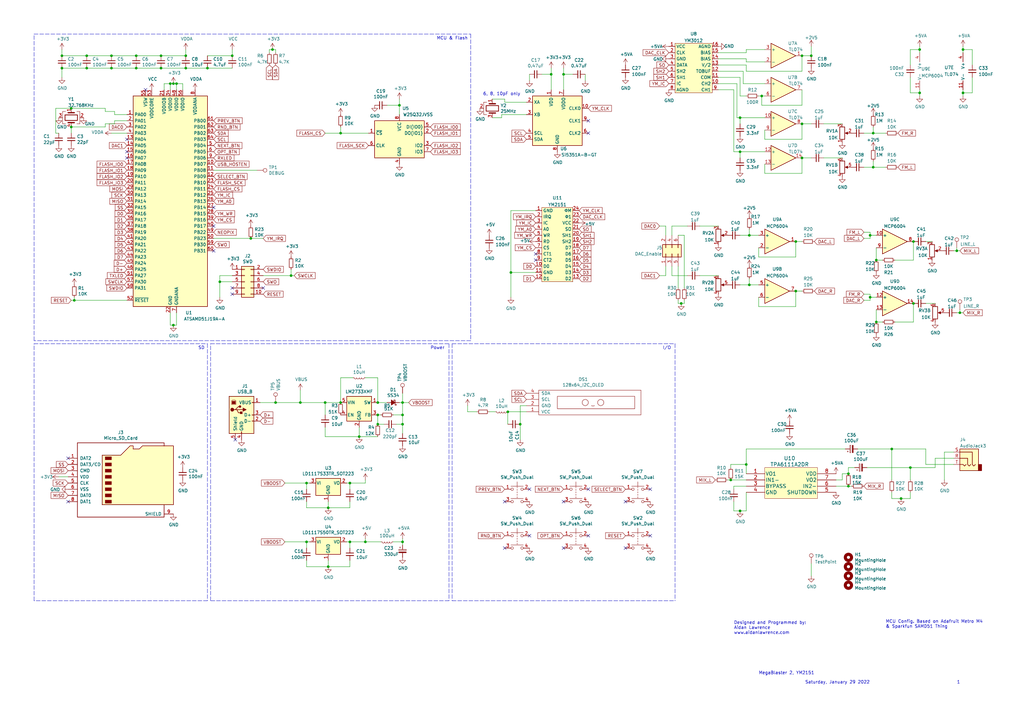
<source format=kicad_sch>
(kicad_sch (version 20211123) (generator eeschema)
  (paper "A3")
  (junction (at 55.88 27.94))
  (junction (at 147.32 179.07))
  (junction (at 377.19 38.1))
  (junction (at 143.51 198.12))
  (junction (at 328.93 22.86))
  (junction (at 30.48 123.19))
  (junction (at 76.2 22.86))
  (junction (at 303.53 48.26))
  (junction (at 303.53 209.55))
  (junction (at 226.06 30.48))
  (junction (at 143.51 222.25))
  (junction (at 358.14 54.61))
  (junction (at 133.35 165.1))
  (junction (at 373.38 191.77))
  (junction (at 213.36 173.99))
  (junction (at 374.65 124.46))
  (junction (at 149.86 222.25))
  (junction (at 76.2 27.94))
  (junction (at 125.73 198.12))
  (junction (at 69.85 34.29))
  (junction (at 392.43 102.87))
  (junction (at 66.04 27.94))
  (junction (at 102.87 97.79))
  (junction (at 113.03 165.1))
  (junction (at 29.21 44.45))
  (junction (at 279.4 124.46))
  (junction (at 139.7 54.61))
  (junction (at 326.39 99.06))
  (junction (at 356.87 96.52))
  (junction (at 154.94 173.99))
  (junction (at 377.19 20.32))
  (junction (at 45.72 27.94))
  (junction (at 165.1 170.18))
  (junction (at 134.62 232.41))
  (junction (at 328.93 64.77))
  (junction (at 209.55 111.76))
  (junction (at 347.98 194.31))
  (junction (at 312.42 39.37))
  (junction (at 72.39 34.29))
  (junction (at 306.07 190.5))
  (junction (at 134.62 208.28))
  (junction (at 139.7 165.1))
  (junction (at 119.38 113.03))
  (junction (at 71.12 34.29))
  (junction (at 154.94 165.1))
  (junction (at 163.83 43.18))
  (junction (at 55.88 22.86))
  (junction (at 303.53 62.23))
  (junction (at 332.74 22.86))
  (junction (at 394.97 38.1))
  (junction (at 369.57 204.47))
  (junction (at 347.98 199.39))
  (junction (at 394.97 20.32))
  (junction (at 356.87 121.92))
  (junction (at 66.04 22.86))
  (junction (at 393.7 128.27))
  (junction (at 307.34 116.84))
  (junction (at 365.76 184.15))
  (junction (at 374.65 99.06))
  (junction (at 35.56 22.86))
  (junction (at 165.1 173.99))
  (junction (at 85.09 27.94))
  (junction (at 123.19 165.1))
  (junction (at 90.17 115.57))
  (junction (at 359.41 106.68))
  (junction (at 307.34 96.52))
  (junction (at 25.4 22.86))
  (junction (at 25.4 27.94))
  (junction (at 111.76 20.32))
  (junction (at 154.94 170.18))
  (junction (at 328.93 50.8))
  (junction (at 326.39 119.38))
  (junction (at 29.21 52.07))
  (junction (at 45.72 22.86))
  (junction (at 35.56 27.94))
  (junction (at 165.1 222.25))
  (junction (at 359.41 132.08))
  (junction (at 358.14 68.58))
  (junction (at 95.25 22.86))
  (junction (at 231.14 30.48))
  (junction (at 125.73 222.25))
  (junction (at 299.72 196.85))
  (junction (at 208.28 168.91))
  (junction (at 71.12 133.35))
  (junction (at 165.1 165.1))
  (no_connect (at 266.7 219.71))
  (no_connect (at 59.69 36.83))
  (no_connect (at 27.94 205.74))
  (no_connect (at 231.14 224.79))
  (no_connect (at 241.3 54.61))
  (no_connect (at 217.17 219.71))
  (no_connect (at 256.54 205.74))
  (no_connect (at 207.01 205.74))
  (no_connect (at 231.14 205.74))
  (no_connect (at 217.17 200.66))
  (no_connect (at 266.7 200.66))
  (no_connect (at 52.07 57.15))
  (no_connect (at 52.07 62.23))
  (no_connect (at 87.63 85.09))
  (no_connect (at 87.63 92.71))
  (no_connect (at 241.3 200.66))
  (no_connect (at 96.52 180.34))
  (no_connect (at 256.54 224.79))
  (no_connect (at 241.3 219.71))
  (no_connect (at 52.07 64.77))
  (no_connect (at 87.63 102.87))
  (no_connect (at 241.3 49.53))
  (no_connect (at 95.25 120.65))
  (no_connect (at 107.95 118.11))
  (no_connect (at 207.01 224.79))
  (no_connect (at 95.25 118.11))
  (no_connect (at 219.71 106.68))
  (no_connect (at 219.71 104.14))
  (no_connect (at 27.94 187.96))
  (wire (pts (xy 275.59 92.71) (xy 281.94 92.71)))
  (wire (pts (xy 102.87 97.79) (xy 107.95 97.79)))
  (wire (pts (xy 326.39 125.73) (xy 326.39 119.38)))
  (polyline (pts (xy 86.36 140.97) (xy 184.15 140.97)))
  (wire (pts (xy 240.03 30.48) (xy 240.03 33.02)))
  (wire (pts (xy 347.98 194.31) (xy 345.44 194.31)))
  (wire (pts (xy 273.05 109.22) (xy 273.05 113.03)))
  (wire (pts (xy 332.74 19.05) (xy 332.74 22.86)))
  (wire (pts (xy 326.39 99.06) (xy 328.93 99.06)))
  (wire (pts (xy 275.59 109.22) (xy 275.59 113.03)))
  (wire (pts (xy 358.14 52.07) (xy 358.14 54.61)))
  (wire (pts (xy 307.34 116.84) (xy 311.15 116.84)))
  (wire (pts (xy 134.62 205.74) (xy 134.62 208.28)))
  (wire (pts (xy 307.34 114.3) (xy 307.34 116.84)))
  (wire (pts (xy 313.69 67.31) (xy 313.69 71.12)))
  (wire (pts (xy 356.87 120.65) (xy 356.87 121.92)))
  (wire (pts (xy 328.93 64.77) (xy 332.74 64.77)))
  (wire (pts (xy 328.93 57.15) (xy 328.93 50.8)))
  (wire (pts (xy 306.07 20.32) (xy 313.69 20.32)))
  (wire (pts (xy 154.94 170.18) (xy 154.94 173.99)))
  (wire (pts (xy 125.73 229.87) (xy 125.73 232.41)))
  (wire (pts (xy 76.2 20.32) (xy 76.2 22.86)))
  (polyline (pts (xy 86.36 246.38) (xy 86.36 140.97)))
  (wire (pts (xy 287.02 113.03) (xy 294.64 113.03)))
  (wire (pts (xy 226.06 27.94) (xy 226.06 30.48)))
  (wire (pts (xy 30.48 121.92) (xy 30.48 123.19)))
  (wire (pts (xy 85.09 27.94) (xy 95.25 27.94)))
  (wire (pts (xy 139.7 52.07) (xy 139.7 54.61)))
  (wire (pts (xy 273.05 92.71) (xy 273.05 96.52)))
  (wire (pts (xy 302.26 48.26) (xy 303.53 48.26)))
  (wire (pts (xy 25.4 22.86) (xy 35.56 22.86)))
  (wire (pts (xy 359.41 132.08) (xy 361.95 132.08)))
  (wire (pts (xy 120.65 113.03) (xy 119.38 113.03)))
  (wire (pts (xy 125.73 208.28) (xy 134.62 208.28)))
  (wire (pts (xy 306.07 24.13) (xy 306.07 25.4)))
  (wire (pts (xy 303.53 62.23) (xy 303.53 64.77)))
  (wire (pts (xy 55.88 22.86) (xy 66.04 22.86)))
  (wire (pts (xy 328.93 22.86) (xy 332.74 22.86)))
  (wire (pts (xy 72.39 34.29) (xy 74.93 34.29)))
  (wire (pts (xy 149.86 222.25) (xy 156.21 222.25)))
  (wire (pts (xy 35.56 27.94) (xy 45.72 27.94)))
  (wire (pts (xy 165.1 165.1) (xy 167.64 165.1)))
  (wire (pts (xy 303.53 39.37) (xy 303.53 31.75)))
  (wire (pts (xy 311.15 101.6) (xy 311.15 105.41)))
  (wire (pts (xy 377.19 20.32) (xy 373.38 20.32)))
  (wire (pts (xy 306.07 25.4) (xy 313.69 25.4)))
  (wire (pts (xy 67.31 34.29) (xy 67.31 36.83)))
  (wire (pts (xy 69.85 133.35) (xy 71.12 133.35)))
  (wire (pts (xy 298.45 196.85) (xy 299.72 196.85)))
  (wire (pts (xy 275.59 96.52) (xy 275.59 92.71)))
  (wire (pts (xy 45.72 54.61) (xy 52.07 54.61)))
  (wire (pts (xy 231.14 27.94) (xy 231.14 30.48)))
  (wire (pts (xy 125.73 232.41) (xy 134.62 232.41)))
  (wire (pts (xy 365.76 184.15) (xy 379.73 184.15)))
  (wire (pts (xy 306.07 190.5) (xy 306.07 194.31)))
  (wire (pts (xy 191.77 168.91) (xy 191.77 166.37)))
  (wire (pts (xy 139.7 54.61) (xy 151.13 54.61)))
  (wire (pts (xy 69.85 128.27) (xy 69.85 133.35)))
  (wire (pts (xy 306.07 201.93) (xy 306.07 209.55)))
  (wire (pts (xy 394.97 19.05) (xy 394.97 20.32)))
  (wire (pts (xy 398.78 38.1) (xy 394.97 38.1)))
  (wire (pts (xy 143.51 232.41) (xy 134.62 232.41)))
  (wire (pts (xy 195.58 168.91) (xy 191.77 168.91)))
  (wire (pts (xy 29.21 52.07) (xy 43.18 52.07)))
  (wire (pts (xy 394.97 36.83) (xy 394.97 38.1)))
  (wire (pts (xy 328.93 71.12) (xy 328.93 64.77)))
  (wire (pts (xy 139.7 154.94) (xy 144.78 154.94)))
  (polyline (pts (xy 13.97 139.7) (xy 13.97 13.97)))
  (wire (pts (xy 55.88 22.86) (xy 45.72 22.86)))
  (wire (pts (xy 71.12 34.29) (xy 69.85 34.29)))
  (wire (pts (xy 208.28 168.91) (xy 215.9 168.91)))
  (wire (pts (xy 133.35 165.1) (xy 133.35 170.18)))
  (wire (pts (xy 154.94 179.07) (xy 147.32 179.07)))
  (wire (pts (xy 377.19 20.32) (xy 377.19 21.59)))
  (wire (pts (xy 139.7 165.1) (xy 139.7 154.94)))
  (wire (pts (xy 165.1 173.99) (xy 165.1 170.18)))
  (wire (pts (xy 90.17 121.92) (xy 90.17 115.57)))
  (wire (pts (xy 365.76 201.93) (xy 365.76 204.47)))
  (wire (pts (xy 46.99 50.8) (xy 46.99 49.53)))
  (wire (pts (xy 300.99 200.66) (xy 300.99 199.39)))
  (wire (pts (xy 90.17 115.57) (xy 95.25 115.57)))
  (wire (pts (xy 55.88 27.94) (xy 66.04 27.94)))
  (wire (pts (xy 306.07 184.15) (xy 346.71 184.15)))
  (wire (pts (xy 143.51 205.74) (xy 143.51 208.28)))
  (wire (pts (xy 303.53 116.84) (xy 307.34 116.84)))
  (wire (pts (xy 394.97 20.32) (xy 398.78 20.32)))
  (wire (pts (xy 345.44 196.85) (xy 342.9 196.85)))
  (wire (pts (xy 332.74 231.14) (xy 332.74 236.22)))
  (wire (pts (xy 143.51 198.12) (xy 149.86 198.12)))
  (wire (pts (xy 46.99 49.53) (xy 52.07 49.53)))
  (wire (pts (xy 46.99 45.72) (xy 43.18 45.72)))
  (wire (pts (xy 165.1 222.25) (xy 165.1 223.52)))
  (wire (pts (xy 311.15 121.92) (xy 311.15 125.73)))
  (wire (pts (xy 303.53 62.23) (xy 313.69 62.23)))
  (wire (pts (xy 347.98 191.77) (xy 350.52 191.77)))
  (wire (pts (xy 391.16 185.42) (xy 387.35 185.42)))
  (wire (pts (xy 365.76 204.47) (xy 369.57 204.47)))
  (wire (pts (xy 294.64 34.29) (xy 302.26 34.29)))
  (wire (pts (xy 149.86 222.25) (xy 149.86 220.98)))
  (wire (pts (xy 163.83 40.64) (xy 163.83 43.18)))
  (wire (pts (xy 304.8 34.29) (xy 313.69 34.29)))
  (wire (pts (xy 359.41 101.6) (xy 359.41 106.68)))
  (wire (pts (xy 300.99 62.23) (xy 303.53 62.23)))
  (wire (pts (xy 328.93 29.21) (xy 306.07 29.21)))
  (wire (pts (xy 383.54 191.77) (xy 383.54 187.96)))
  (wire (pts (xy 165.1 170.18) (xy 165.1 165.1)))
  (wire (pts (xy 163.83 43.18) (xy 163.83 46.99)))
  (wire (pts (xy 326.39 105.41) (xy 326.39 99.06)))
  (wire (pts (xy 22.86 44.45) (xy 22.86 54.61)))
  (polyline (pts (xy 276.86 140.97) (xy 276.86 246.38)))
  (wire (pts (xy 207.01 40.64) (xy 207.01 41.91)))
  (wire (pts (xy 377.19 38.1) (xy 377.19 39.37)))
  (wire (pts (xy 215.9 166.37) (xy 213.36 166.37)))
  (wire (pts (xy 116.84 222.25) (xy 125.73 222.25)))
  (wire (pts (xy 133.35 175.26) (xy 133.35 179.07)))
  (wire (pts (xy 87.63 97.79) (xy 102.87 97.79)))
  (wire (pts (xy 328.93 43.18) (xy 328.93 36.83)))
  (wire (pts (xy 354.33 97.79) (xy 356.87 97.79)))
  (wire (pts (xy 306.07 39.37) (xy 303.53 39.37)))
  (wire (pts (xy 154.94 154.94) (xy 154.94 165.1)))
  (wire (pts (xy 306.07 209.55) (xy 303.53 209.55)))
  (wire (pts (xy 367.03 132.08) (xy 374.65 132.08)))
  (wire (pts (xy 209.55 111.76) (xy 209.55 86.36)))
  (wire (pts (xy 302.26 34.29) (xy 302.26 48.26)))
  (wire (pts (xy 207.01 41.91) (xy 215.9 41.91)))
  (wire (pts (xy 106.68 165.1) (xy 113.03 165.1)))
  (wire (pts (xy 162.56 173.99) (xy 165.1 173.99)))
  (wire (pts (xy 71.12 133.35) (xy 72.39 133.35)))
  (wire (pts (xy 373.38 31.75) (xy 373.38 38.1)))
  (wire (pts (xy 299.72 190.5) (xy 306.07 190.5)))
  (wire (pts (xy 113.03 165.1) (xy 123.19 165.1)))
  (wire (pts (xy 123.19 165.1) (xy 133.35 165.1)))
  (wire (pts (xy 165.1 161.29) (xy 165.1 165.1)))
  (wire (pts (xy 354.33 68.58) (xy 358.14 68.58)))
  (wire (pts (xy 303.53 48.26) (xy 313.69 48.26)))
  (wire (pts (xy 306.07 190.5) (xy 306.07 184.15)))
  (wire (pts (xy 134.62 229.87) (xy 134.62 232.41)))
  (wire (pts (xy 373.38 204.47) (xy 373.38 201.93)))
  (wire (pts (xy 373.38 191.77) (xy 383.54 191.77)))
  (wire (pts (xy 280.67 124.46) (xy 280.67 123.19)))
  (wire (pts (xy 76.2 27.94) (xy 85.09 27.94)))
  (wire (pts (xy 307.34 93.98) (xy 307.34 96.52)))
  (wire (pts (xy 342.9 199.39) (xy 347.98 199.39)))
  (wire (pts (xy 45.72 27.94) (xy 55.88 27.94)))
  (wire (pts (xy 303.53 31.75) (xy 294.64 31.75)))
  (wire (pts (xy 125.73 222.25) (xy 127 222.25)))
  (wire (pts (xy 116.84 198.12) (xy 125.73 198.12)))
  (wire (pts (xy 374.65 132.08) (xy 374.65 124.46)))
  (wire (pts (xy 43.18 44.45) (xy 29.21 44.45)))
  (wire (pts (xy 24.13 195.58) (xy 27.94 195.58)))
  (wire (pts (xy 312.42 39.37) (xy 313.69 39.37)))
  (wire (pts (xy 312.42 39.37) (xy 312.42 43.18)))
  (wire (pts (xy 209.55 111.76) (xy 209.55 121.92)))
  (wire (pts (xy 374.65 106.68) (xy 374.65 99.06)))
  (wire (pts (xy 113.03 20.32) (xy 113.03 21.59)))
  (wire (pts (xy 312.42 43.18) (xy 328.93 43.18)))
  (wire (pts (xy 379.73 190.5) (xy 391.16 190.5)))
  (polyline (pts (xy 13.97 140.97) (xy 85.09 140.97)))
  (wire (pts (xy 311.15 125.73) (xy 326.39 125.73)))
  (wire (pts (xy 358.14 66.04) (xy 358.14 68.58)))
  (wire (pts (xy 299.72 191.77) (xy 299.72 190.5)))
  (wire (pts (xy 90.17 113.03) (xy 95.25 113.03)))
  (wire (pts (xy 123.19 160.02) (xy 123.19 165.1)))
  (wire (pts (xy 143.51 208.28) (xy 134.62 208.28)))
  (polyline (pts (xy 193.04 139.7) (xy 13.97 139.7)))
  (polyline (pts (xy 184.15 140.97) (xy 184.15 246.38)))
  (wire (pts (xy 43.18 50.8) (xy 46.99 50.8)))
  (wire (pts (xy 300.99 36.83) (xy 300.99 62.23)))
  (wire (pts (xy 111.76 20.32) (xy 110.49 20.32)))
  (wire (pts (xy 359.41 127) (xy 359.41 132.08)))
  (wire (pts (xy 358.14 68.58) (xy 363.22 68.58)))
  (wire (pts (xy 143.51 229.87) (xy 143.51 232.41)))
  (wire (pts (xy 359.41 106.68) (xy 361.95 106.68)))
  (wire (pts (xy 306.07 21.59) (xy 306.07 20.32)))
  (wire (pts (xy 383.54 187.96) (xy 391.16 187.96)))
  (polyline (pts (xy 13.97 246.38) (xy 13.97 140.97)))
  (wire (pts (xy 307.34 96.52) (xy 311.15 96.52)))
  (polyline (pts (xy 185.42 140.97) (xy 276.86 140.97)))
  (wire (pts (xy 345.44 194.31) (xy 345.44 196.85)))
  (wire (pts (xy 200.66 168.91) (xy 203.2 168.91)))
  (wire (pts (xy 69.85 34.29) (xy 67.31 34.29)))
  (wire (pts (xy 355.6 191.77) (xy 373.38 191.77)))
  (wire (pts (xy 35.56 22.86) (xy 45.72 22.86)))
  (wire (pts (xy 303.53 96.52) (xy 307.34 96.52)))
  (wire (pts (xy 354.33 95.25) (xy 356.87 95.25)))
  (wire (pts (xy 95.25 20.32) (xy 95.25 22.86)))
  (wire (pts (xy 356.87 95.25) (xy 356.87 96.52)))
  (wire (pts (xy 356.87 97.79) (xy 356.87 96.52)))
  (wire (pts (xy 369.57 204.47) (xy 373.38 204.47)))
  (wire (pts (xy 25.4 20.32) (xy 25.4 22.86)))
  (wire (pts (xy 25.4 27.94) (xy 35.56 27.94)))
  (wire (pts (xy 119.38 113.03) (xy 107.95 113.03)))
  (wire (pts (xy 392.43 102.87) (xy 393.7 102.87)))
  (wire (pts (xy 231.14 30.48) (xy 234.95 30.48)))
  (wire (pts (xy 161.29 170.18) (xy 165.1 170.18)))
  (wire (pts (xy 347.98 199.39) (xy 349.25 199.39)))
  (wire (pts (xy 373.38 20.32) (xy 373.38 26.67)))
  (wire (pts (xy 205.74 46.99) (xy 215.9 46.99)))
  (wire (pts (xy 303.53 48.26) (xy 303.53 50.8)))
  (wire (pts (xy 379.73 99.06) (xy 382.27 99.06)))
  (wire (pts (xy 163.83 165.1) (xy 165.1 165.1)))
  (wire (pts (xy 143.51 222.25) (xy 149.86 222.25)))
  (wire (pts (xy 219.71 111.76) (xy 209.55 111.76)))
  (wire (pts (xy 226.06 30.48) (xy 226.06 36.83)))
  (wire (pts (xy 294.64 36.83) (xy 300.99 36.83)))
  (wire (pts (xy 278.13 96.52) (xy 280.67 96.52)))
  (wire (pts (xy 119.38 110.49) (xy 119.38 113.03)))
  (wire (pts (xy 147.32 175.26) (xy 147.32 179.07)))
  (wire (pts (xy 125.73 198.12) (xy 125.73 200.66)))
  (wire (pts (xy 300.99 199.39) (xy 306.07 199.39)))
  (wire (pts (xy 29.21 54.61) (xy 29.21 52.07)))
  (wire (pts (xy 165.1 222.25) (xy 165.1 220.98)))
  (wire (pts (xy 213.36 166.37) (xy 213.36 173.99)))
  (wire (pts (xy 275.59 113.03) (xy 281.94 113.03)))
  (wire (pts (xy 158.75 43.18) (xy 163.83 43.18)))
  (wire (pts (xy 142.24 222.25) (xy 143.51 222.25)))
  (wire (pts (xy 304.8 29.21) (xy 304.8 34.29)))
  (wire (pts (xy 398.78 31.75) (xy 398.78 38.1)))
  (wire (pts (xy 133.35 165.1) (xy 139.7 165.1)))
  (wire (pts (xy 394.97 20.32) (xy 394.97 21.59)))
  (wire (pts (xy 373.38 38.1) (xy 377.19 38.1)))
  (polyline (pts (xy 85.09 246.38) (xy 13.97 246.38)))
  (wire (pts (xy 306.07 26.67) (xy 294.64 26.67)))
  (wire (pts (xy 154.94 170.18) (xy 156.21 170.18)))
  (wire (pts (xy 377.19 36.83) (xy 377.19 38.1)))
  (wire (pts (xy 356.87 96.52) (xy 359.41 96.52)))
  (wire (pts (xy 111.76 20.32) (xy 113.03 20.32)))
  (wire (pts (xy 337.82 64.77) (xy 345.44 64.77)))
  (wire (pts (xy 201.93 40.64) (xy 207.01 40.64)))
  (wire (pts (xy 69.85 34.29) (xy 69.85 36.83)))
  (wire (pts (xy 209.55 86.36) (xy 219.71 86.36)))
  (wire (pts (xy 125.73 198.12) (xy 127 198.12)))
  (wire (pts (xy 394.97 38.1) (xy 394.97 39.37)))
  (wire (pts (xy 71.12 34.29) (xy 72.39 34.29)))
  (wire (pts (xy 306.07 29.21) (xy 306.07 26.67)))
  (wire (pts (xy 66.04 22.86) (xy 76.2 22.86)))
  (wire (pts (xy 347.98 194.31) (xy 347.98 191.77)))
  (wire (pts (xy 356.87 123.19) (xy 356.87 121.92)))
  (wire (pts (xy 217.17 33.02) (xy 217.17 30.48)))
  (wire (pts (xy 354.33 120.65) (xy 356.87 120.65)))
  (wire (pts (xy 367.03 106.68) (xy 374.65 106.68)))
  (wire (pts (xy 280.67 96.52) (xy 280.67 118.11)))
  (wire (pts (xy 72.39 34.29) (xy 72.39 36.83)))
  (wire (pts (xy 313.69 57.15) (xy 328.93 57.15)))
  (wire (pts (xy 313.69 71.12) (xy 328.93 71.12)))
  (wire (pts (xy 328.93 22.86) (xy 328.93 29.21)))
  (wire (pts (xy 300.99 209.55) (xy 303.53 209.55)))
  (polyline (pts (xy 185.42 246.38) (xy 276.86 246.38)))
  (wire (pts (xy 149.86 154.94) (xy 154.94 154.94)))
  (wire (pts (xy 165.1 173.99) (xy 165.1 177.8)))
  (wire (pts (xy 74.93 34.29) (xy 74.93 36.83)))
  (wire (pts (xy 142.24 198.12) (xy 143.51 198.12)))
  (wire (pts (xy 87.63 69.85) (xy 105.41 69.85)))
  (wire (pts (xy 373.38 191.77) (xy 373.38 196.85)))
  (wire (pts (xy 278.13 109.22) (xy 278.13 118.11)))
  (wire (pts (xy 149.86 198.12) (xy 149.86 196.85)))
  (wire (pts (xy 208.28 168.91) (xy 208.28 173.99)))
  (wire (pts (xy 313.69 53.34) (xy 313.69 57.15)))
  (wire (pts (xy 278.13 123.19) (xy 278.13 124.46)))
  (polyline (pts (xy 184.15 246.38) (xy 86.36 246.38)))
  (wire (pts (xy 154.94 165.1) (xy 158.75 165.1)))
  (wire (pts (xy 43.18 52.07) (xy 43.18 50.8)))
  (wire (pts (xy 392.43 128.27) (xy 393.7 128.27)))
  (wire (pts (xy 29.21 44.45) (xy 22.86 44.45)))
  (wire (pts (xy 379.73 124.46) (xy 383.54 124.46)))
  (wire (pts (xy 278.13 124.46) (xy 279.4 124.46)))
  (wire (pts (xy 398.78 20.32) (xy 398.78 26.67)))
  (wire (pts (xy 294.64 24.13) (xy 306.07 24.13)))
  (wire (pts (xy 90.17 115.57) (xy 90.17 113.03)))
  (wire (pts (xy 201.93 48.26) (xy 205.74 48.26)))
  (wire (pts (xy 358.14 54.61) (xy 363.22 54.61)))
  (wire (pts (xy 287.02 92.71) (xy 294.64 92.71)))
  (wire (pts (xy 46.99 46.99) (xy 52.07 46.99)))
  (wire (pts (xy 110.49 20.32) (xy 110.49 21.59)))
  (wire (pts (xy 294.64 29.21) (xy 304.8 29.21)))
  (wire (pts (xy 30.48 123.19) (xy 52.07 123.19)))
  (wire (pts (xy 213.36 180.34) (xy 213.36 173.99)))
  (wire (pts (xy 66.04 27.94) (xy 76.2 27.94)))
  (wire (pts (xy 377.19 19.05) (xy 377.19 20.32)))
  (wire (pts (xy 25.4 27.94) (xy 25.4 31.75)))
  (wire (pts (xy 273.05 113.03) (xy 270.51 113.03)))
  (wire (pts (xy 231.14 30.48) (xy 231.14 36.83)))
  (wire (pts (xy 222.25 30.48) (xy 226.06 30.48)))
  (wire (pts (xy 294.64 21.59) (xy 306.07 21.59)))
  (wire (pts (xy 143.51 198.12) (xy 143.51 200.66)))
  (wire (pts (xy 72.39 128.27) (xy 72.39 133.35)))
  (wire (pts (xy 46.99 45.72) (xy 46.99 46.99)))
  (wire (pts (xy 337.82 50.8) (xy 345.44 50.8)))
  (wire (pts (xy 270.51 92.71) (xy 273.05 92.71)))
  (wire (pts (xy 85.09 22.86) (xy 95.25 22.86)))
  (wire (pts (xy 326.39 119.38) (xy 328.93 119.38)))
  (wire (pts (xy 139.7 54.61) (xy 133.35 54.61)))
  (wire (pts (xy 392.43 101.6) (xy 392.43 102.87)))
  (wire (pts (xy 299.72 196.85) (xy 306.07 196.85)))
  (wire (pts (xy 311.15 39.37) (xy 312.42 39.37)))
  (wire (pts (xy 354.33 54.61) (xy 358.14 54.61)))
  (wire (pts (xy 300.99 205.74) (xy 300.99 209.55)))
  (wire (pts (xy 133.35 179.07) (xy 147.32 179.07)))
  (wire (pts (xy 379.73 184.15) (xy 379.73 190.5)))
  (polyline (pts (xy 13.97 13.97) (xy 193.04 13.97)))
  (wire (pts (xy 387.35 185.42) (xy 387.35 196.85)))
  (polyline (pts (xy 85.09 140.97) (xy 85.09 246.38)))
  (wire (pts (xy 29.21 123.19) (xy 30.48 123.19)))
  (wire (pts (xy 125.73 205.74) (xy 125.73 208.28)))
  (wire (pts (xy 351.79 184.15) (xy 365.76 184.15)))
  (wire (pts (xy 391.16 102.87) (xy 392.43 102.87)))
  (wire (pts (xy 22.86 54.61) (xy 24.13 54.61)))
  (wire (pts (xy 356.87 121.92) (xy 359.41 121.92)))
  (polyline (pts (xy 193.04 13.97) (xy 193.04 139.7)))
  (wire (pts (xy 328.93 50.8) (xy 332.74 50.8)))
  (wire (pts (xy 365.76 184.15) (xy 365.76 196.85)))
  (wire (pts (xy 354.33 123.19) (xy 356.87 123.19)))
  (wire (pts (xy 311.15 105.41) (xy 326.39 105.41)))
  (wire (pts (xy 161.29 222.25) (xy 165.1 222.25)))
  (wire (pts (xy 154.94 173.99) (xy 157.48 173.99)))
  (wire (pts (xy 125.73 222.25) (xy 125.73 224.79)))
  (wire (pts (xy 205.74 48.26) (xy 205.74 46.99)))
  (wire (pts (xy 393.7 127) (xy 393.7 128.27)))
  (wire (pts (xy 43.18 45.72) (xy 43.18 44.45)))
  (wire (pts (xy 393.7 128.27) (xy 394.97 128.27)))
  (polyline (pts (xy 185.42 140.97) (xy 185.42 246.38)))
  (wire (pts (xy 143.51 222.25) (xy 143.51 224.79)))
  (wire (pts (xy 279.4 124.46) (xy 280.67 124.46)))
  (text "SD" (at 81.28 143.51 0) (effects (font (size 1.27 1.27)) (justify left bottom)))
  (text "Power" (at 176.53 143.51 0) (effects (font (size 1.27 1.27)) (justify left bottom)))
  (text "1" (at 392.43 280.67 0) (effects (font (size 1.27 1.27)) (justify left bottom)))
  (text "MegaBlaster 2, YM2151" (at 311.15 276.86 0) (effects (font (size 1.27 1.27)) (justify left bottom)))
  (text "MCU & Flash" (at 179.07 16.51 0) (effects (font (size 1.27 1.27)) (justify left bottom)))
  (text "MCU Config. Based on Adafruit Metro M4\n& Sparkfun SAMD51 Thing" (at 363.22 257.81 0) (effects (font (size 1.27 1.27)) (justify left bottom)))
  (text "I/O" (at 271.78 143.51 0) (effects (font (size 1.27 1.27)) (justify left bottom)))
  (text "6, 8, 10pF only" (at 198.12 39.37 0) (effects (font (size 1.27 1.27)) (justify left bottom)))
  (text "Saturday, January 29 2022" (at 330.2 280.67 0) (effects (font (size 1.27 1.27)) (justify left bottom)))
  (text "Designed and Programmed by:\nAidan Lawrence\nwww.aidanlawrence.com" (at 300.99 260.35 0) (effects (font (size 1.27 1.27)) (justify left bottom)))
  (global_label "D7" (shape input) (at 52.07 105.41 180) (property "Intersheet References" "${INTERSHEET_REFS}" (effects hide)))
  (global_label "SWO" (shape input) (at 87.63 100.33 0) (property "Intersheet References" "${INTERSHEET_REFS}" (effects hide)))
  (global_label "DAC_L" (shape input) (at 354.33 97.79 180) (property "Intersheet References" "${INTERSHEET_REFS}" (effects hide)))
  (global_label "DAC_R" (shape input) (at 334.01 119.38 0) (property "Intersheet References" "${INTERSHEET_REFS}" (effects hide)))
  (global_label "SS" (shape input) (at 52.07 85.09 180) (property "Intersheet References" "${INTERSHEET_REFS}" (effects hide)))
  (global_label "SO" (shape input) (at 237.49 93.98 0) (property "Intersheet References" "${INTERSHEET_REFS}" (effects hide)))
  (global_label "MIX_L" (shape input) (at 293.37 196.85 180) (property "Intersheet References" "${INTERSHEET_REFS}" (effects hide)))
  (global_label "SH2" (shape input) (at 274.32 29.21 180) (property "Intersheet References" "${INTERSHEET_REFS}" (effects hide)))
  (global_label "SWCLK" (shape input) (at 52.07 115.57 180) (property "Intersheet References" "${INTERSHEET_REFS}" (effects hide)))
  (global_label "DAC0" (shape input) (at 52.07 52.07 180) (property "Intersheet References" "${INTERSHEET_REFS}" (effects hide)))
  (global_label "VBOOST" (shape input) (at 167.64 165.1 0) (property "Intersheet References" "${INTERSHEET_REFS}" (effects hide)))
  (global_label "SWDIO" (shape input) (at 52.07 118.11 180) (property "Intersheet References" "${INTERSHEET_REFS}" (effects hide)))
  (global_label "DAC0" (shape input) (at 270.51 92.71 180) (property "Intersheet References" "${INTERSHEET_REFS}" (effects hide)))
  (global_label "FLASH_SCK" (shape input) (at 151.13 59.69 180) (property "Intersheet References" "${INTERSHEET_REFS}" (effects hide)))
  (global_label "FLASH_IO0" (shape input) (at 52.07 67.31 180) (property "Intersheet References" "${INTERSHEET_REFS}" (effects hide)))
  (global_label "SCL" (shape input) (at 215.9 163.83 180) (property "Intersheet References" "${INTERSHEET_REFS}" (effects hide)))
  (global_label "DAC_L" (shape input) (at 334.01 99.06 0) (property "Intersheet References" "${INTERSHEET_REFS}" (effects hide)))
  (global_label "SO" (shape input) (at 274.32 26.67 180) (property "Intersheet References" "${INTERSHEET_REFS}" (effects hide)))
  (global_label "YM_WR" (shape input) (at 87.63 87.63 0) (property "Intersheet References" "${INTERSHEET_REFS}" (effects hide)))
  (global_label "MISO" (shape input) (at 52.07 82.55 180) (property "Intersheet References" "${INTERSHEET_REFS}" (effects hide)))
  (global_label "SWO" (shape input) (at 107.95 115.57 0) (property "Intersheet References" "${INTERSHEET_REFS}" (effects hide)))
  (global_label "D4" (shape input) (at 52.07 97.79 180) (property "Intersheet References" "${INTERSHEET_REFS}" (effects hide)))
  (global_label "NEOPIX" (shape input) (at 87.63 95.25 0) (property "Intersheet References" "${INTERSHEET_REFS}" (effects hide)))
  (global_label "SCL" (shape input) (at 87.63 57.15 0) (property "Intersheet References" "${INTERSHEET_REFS}" (effects hide)))
  (global_label "YM_CS" (shape input) (at 219.71 101.6 180) (property "Intersheet References" "${INTERSHEET_REFS}" (effects hide)))
  (global_label "SDA" (shape input) (at 215.9 57.15 180) (property "Intersheet References" "${INTERSHEET_REFS}" (effects hide)))
  (global_label "RESET" (shape input) (at 107.95 120.65 0) (property "Intersheet References" "${INTERSHEET_REFS}" (effects hide)))
  (global_label "SCL" (shape input) (at 215.9 54.61 180) (property "Intersheet References" "${INTERSHEET_REFS}" (effects hide)))
  (global_label "FLASH_IO2" (shape input) (at 52.07 72.39 180) (property "Intersheet References" "${INTERSHEET_REFS}" (effects hide)))
  (global_label "SDA" (shape input) (at 215.9 161.29 180) (property "Intersheet References" "${INTERSHEET_REFS}" (effects hide)))
  (global_label "D-" (shape input) (at 52.07 107.95 180) (property "Intersheet References" "${INTERSHEET_REFS}" (effects hide)))
  (global_label "D-" (shape input) (at 106.68 172.72 0) (property "Intersheet References" "${INTERSHEET_REFS}" (effects hide)))
  (global_label "SDA" (shape input) (at 87.63 54.61 0) (property "Intersheet References" "${INTERSHEET_REFS}" (effects hide)))
  (global_label "YM_CS" (shape input) (at 87.63 90.17 0) (property "Intersheet References" "${INTERSHEET_REFS}" (effects hide)))
  (global_label "PREV_BTN" (shape input) (at 87.63 49.53 0) (property "Intersheet References" "${INTERSHEET_REFS}" (effects hide)))
  (global_label "MIX_R" (shape input) (at 354.33 199.39 0) (property "Intersheet References" "${INTERSHEET_REFS}" (effects hide)))
  (global_label "DAC_CLK" (shape input) (at 274.32 21.59 180) (property "Intersheet References" "${INTERSHEET_REFS}" (effects hide)))
  (global_label "FLASH_IO3" (shape input) (at 176.53 62.23 0) (property "Intersheet References" "${INTERSHEET_REFS}" (effects hide)))
  (global_label "D2" (shape input) (at 52.07 92.71 180) (property "Intersheet References" "${INTERSHEET_REFS}" (effects hide)))
  (global_label "SWCLK" (shape input) (at 120.65 113.03 0) (property "Intersheet References" "${INTERSHEET_REFS}" (effects hide)))
  (global_label "FLASH_CS" (shape input) (at 133.35 54.61 180) (property "Intersheet References" "${INTERSHEET_REFS}" (effects hide)))
  (global_label "NEXT_BTN" (shape input) (at 87.63 59.69 0) (property "Intersheet References" "${INTERSHEET_REFS}" (effects hide)))
  (global_label "D4" (shape input) (at 237.49 109.22 0) (property "Intersheet References" "${INTERSHEET_REFS}" (effects hide)))
  (global_label "RND_BTN" (shape input) (at 207.01 219.71 180) (property "Intersheet References" "${INTERSHEET_REFS}" (effects hide)))
  (global_label "RXLED" (shape input) (at 87.63 64.77 0) (property "Intersheet References" "${INTERSHEET_REFS}" (effects hide)))
  (global_label "SH1" (shape input) (at 274.32 31.75 180) (property "Intersheet References" "${INTERSHEET_REFS}" (effects hide)))
  (global_label "DAC1" (shape input) (at 270.51 113.03 180) (property "Intersheet References" "${INTERSHEET_REFS}" (effects hide)))
  (global_label "MISO" (shape input) (at 27.94 203.2 180) (property "Intersheet References" "${INTERSHEET_REFS}" (effects hide)))
  (global_label "MOSI" (shape input) (at 52.07 77.47 180) (property "Intersheet References" "${INTERSHEET_REFS}" (effects hide)))
  (global_label "D5" (shape input) (at 52.07 100.33 180) (property "Intersheet References" "${INTERSHEET_REFS}" (effects hide)))
  (global_label "D6" (shape input) (at 237.49 104.14 0) (property "Intersheet References" "${INTERSHEET_REFS}" (effects hide)))
  (global_label "RND_BTN" (shape input) (at 87.63 52.07 0) (property "Intersheet References" "${INTERSHEET_REFS}" (effects hide)))
  (global_label "D3" (shape input) (at 237.49 111.76 0) (property "Intersheet References" "${INTERSHEET_REFS}" (effects hide)))
  (global_label "VBOOST" (shape input) (at 116.84 222.25 180) (property "Intersheet References" "${INTERSHEET_REFS}" (effects hide)))
  (global_label "SH1" (shape input) (at 237.49 96.52 0) (property "Intersheet References" "${INTERSHEET_REFS}" (effects hide)))
  (global_label "YM_IC" (shape input) (at 274.32 34.29 180) (property "Intersheet References" "${INTERSHEET_REFS}" (effects hide)))
  (global_label "YM_WR" (shape input) (at 219.71 96.52 180) (property "Intersheet References" "${INTERSHEET_REFS}" (effects hide)))
  (global_label "YM_A0" (shape input) (at 219.71 93.98 180) (property "Intersheet References" "${INTERSHEET_REFS}" (effects hide)))
  (global_label "YM_IC" (shape input) (at 87.63 80.01 0) (property "Intersheet References" "${INTERSHEET_REFS}" (effects hide)))
  (global_label "SWDIO" (shape input) (at 107.95 110.49 0) (property "Intersheet References" "${INTERSHEET_REFS}" (effects hide)))
  (global_label "SCK" (shape input) (at 27.94 198.12 180) (property "Intersheet References" "${INTERSHEET_REFS}" (effects hide)))
  (global_label "YM_CLK" (shape input) (at 241.3 44.45 0) (property "Intersheet References" "${INTERSHEET_REFS}" (effects hide)))
  (global_label "OPT_BTN" (shape input) (at 87.63 62.23 0) (property "Intersheet References" "${INTERSHEET_REFS}" (effects hide)))
  (global_label "MOSI" (shape input) (at 27.94 193.04 180) (property "Intersheet References" "${INTERSHEET_REFS}" (effects hide)))
  (global_label "D3" (shape input) (at 52.07 95.25 180) (property "Intersheet References" "${INTERSHEET_REFS}" (effects hide)))
  (global_label "SELECT_BTN" (shape input) (at 87.63 72.39 0) (property "Intersheet References" "${INTERSHEET_REFS}" (effects hide)))
  (global_label "VBOOST" (shape input) (at 116.84 198.12 180) (property "Intersheet References" "${INTERSHEET_REFS}" (effects hide)))
  (global_label "YM_IRQ" (shape input) (at 107.95 97.79 0) (property "Intersheet References" "${INTERSHEET_REFS}" (effects hide)))
  (global_label "D7" (shape input) (at 237.49 101.6 0) (property "Intersheet References" "${INTERSHEET_REFS}" (effects hide)))
  (global_label "FLASH_IO1" (shape input) (at 176.53 54.61 0) (property "Intersheet References" "${INTERSHEET_REFS}" (effects hide)))
  (global_label "FLASH_IO0" (shape input) (at 176.53 52.07 0) (property "Intersheet References" "${INTERSHEET_REFS}" (effects hide)))
  (global_label "DAC_CLK" (shape input) (at 237.49 88.9 0) (property "Intersheet References" "${INTERSHEET_REFS}" (effects hide)))
  (global_label "FM_L" (shape input) (at 368.3 68.58 0) (property "Intersheet References" "${INTERSHEET_REFS}" (effects hide)))
  (global_label "SCL" (shape input) (at 110.49 26.67 270) (property "Intersheet References" "${INTERSHEET_REFS}" (effects hide)))
  (global_label "D6" (shape input) (at 52.07 102.87 180) (property "Intersheet References" "${INTERSHEET_REFS}" (effects hide)))
  (global_label "D0" (shape input) (at 52.07 87.63 180) (property "Intersheet References" "${INTERSHEET_REFS}" (effects hide)))
  (global_label "NEXT_BTN" (shape input) (at 231.14 200.66 180) (property "Intersheet References" "${INTERSHEET_REFS}" (effects hide)))
  (global_label "D+" (shape input) (at 52.07 110.49 180) (property "Intersheet References" "${INTERSHEET_REFS}" (effects hide)))
  (global_label "D2" (shape input) (at 237.49 114.3 0) (property "Intersheet References" "${INTERSHEET_REFS}" (effects hide)))
  (global_label "D+" (shape input) (at 106.68 170.18 0) (property "Intersheet References" "${INTERSHEET_REFS}" (effects hide)))
  (global_label "D1" (shape input) (at 52.07 90.17 180) (property "Intersheet References" "${INTERSHEET_REFS}" (effects hide)))
  (global_label "FM_R" (shape input) (at 368.3 54.61 0) (property "Intersheet References" "${INTERSHEET_REFS}" (effects hide)))
  (global_label "YM_IRQ" (shape input) (at 219.71 88.9 180) (property "Intersheet References" "${INTERSHEET_REFS}" (effects hide)))
  (global_label "FLASH_IO1" (shape input) (at 52.07 69.85 180) (property "Intersheet References" "${INTERSHEET_REFS}" (effects hide)))
  (global_label "SELECT_BTN" (shape input) (at 256.54 200.66 180) (property "Intersheet References" "${INTERSHEET_REFS}" (effects hide)))
  (global_label "YM_A0" (shape input) (at 87.63 82.55 0) (property "Intersheet References" "${INTERSHEET_REFS}" (effects hide)))
  (global_label "SS" (shape input) (at 27.94 190.5 180) (property "Intersheet References" "${INTERSHEET_REFS}" (effects hide)))
  (global_label "D0" (shape input) (at 219.71 109.22 180) (property "Intersheet References" "${INTERSHEET_REFS}" (effects hide)))
  (global_label "RESET" (shape input) (at 29.21 123.19 180) (property "Intersheet References" "${INTERSHEET_REFS}" (effects hide)))
  (global_label "YM_CLK" (shape input) (at 237.49 86.36 0) (property "Intersheet References" "${INTERSHEET_REFS}" (effects hide)))
  (global_label "D5" (shape input) (at 237.49 106.68 0) (property "Intersheet References" "${INTERSHEET_REFS}" (effects hide)))
  (global_label "SCK" (shape input) (at 52.07 80.01 180) (property "Intersheet References" "${INTERSHEET_REFS}" (effects hide)))
  (global_label "TXLED" (shape input) (at 52.07 113.03 180) (property "Intersheet References" "${INTERSHEET_REFS}" (effects hide)))
  (global_label "MIX_R" (shape input) (at 394.97 128.27 0) (property "Intersheet References" "${INTERSHEET_REFS}" (effects hide)))
  (global_label "FLASH_CS" (shape input) (at 87.63 77.47 0) (property "Intersheet References" "${INTERSHEET_REFS}" (effects hide)))
  (global_label "SH2" (shape input) (at 237.49 99.06 0) (property "Intersheet References" "${INTERSHEET_REFS}" (effects hide)))
  (global_label "USB_HOSTEN" (shape input) (at 87.63 67.31 0) (property "Intersheet References" "${INTERSHEET_REFS}" (effects hide)))
  (global_label "FLASH_SCK" (shape input) (at 87.63 74.93 0) (property "Intersheet References" "${INTERSHEET_REFS}" (effects hide)))
  (global_label "PREV_BTN" (shape input) (at 207.01 200.66 180) (property "Intersheet References" "${INTERSHEET_REFS}" (effects hide)))
  (global_label "MIX_L" (shape input) (at 393.7 102.87 0) (property "Intersheet References" "${INTERSHEET_REFS}" (effects hide)))
  (global_label "FLASH_IO2" (shape input) (at 176.53 59.69 0) (property "Intersheet References" "${INTERSHEET_REFS}" (effects hide)))
  (global_label "FLASH_IO3" (shape input) (at 52.07 74.93 180) (property "Intersheet References" "${INTERSHEET_REFS}" (effects hide)))
  (global_label "OPT_BTN" (shape input) (at 231.14 219.71 180) (property "Intersheet References" "${INTERSHEET_REFS}" (effects hide)))
  (global_label "FM_L" (shape input) (at 354.33 95.25 180) (property "Intersheet References" "${INTERSHEET_REFS}" (effects hide)))
  (global_label "DAC_R" (shape input) (at 354.33 123.19 180) (property "Intersheet References" "${INTERSHEET_REFS}" (effects hide)))
  (global_label "RESET" (shape input) (at 256.54 219.71 180) (property "Intersheet References" "${INTERSHEET_REFS}" (effects hide)))
  (global_label "FM_R" (shape input) (at 354.33 120.65 180) (property "Intersheet References" "${INTERSHEET_REFS}" (effects hide)))
  (global_label "SDA" (shape input) (at 113.03 26.67 270) (property "Intersheet References" "${INTERSHEET_REFS}" (effects hide)))
  (global_label "DAC1" (shape input) (at 52.07 59.69 180) (property "Intersheet References" "${INTERSHEET_REFS}" (effects hide)))
  (global_label "D1" (shape input) (at 219.71 114.3 180) (property "Intersheet References" "${INTERSHEET_REFS}" (effects hide)))
  (global_label "YM_IC" (shape input) (at 219.71 91.44 180) (property "Intersheet References" "${INTERSHEET_REFS}" (effects hide)))
  (symbol (lib_id "MCU_Microchip_SAMD:ATSAMD51J19A-A") (at 69.85 82.55 0) (unit 1)
    (property "Reference" "U1" (at 77.47 128.27 0))
    (property "Value" "ATSAMD51J19A-A" (at 83.82 130.81 0))
    (property "Footprint" "Package_QFP:TQFP-64_10x10mm_P0.5mm" (effects hide))
    (property "Datasheet" "http://ww1.microchip.com/downloads/en/DeviceDoc/60001507E.pdf" (effects hide))
  )
  (symbol (lib_id "power:GND") (at 71.12 133.35 0) (unit 1)
    (property "Reference" "#PWR013" (effects hide))
    (property "Value" "GND" (at 71.247 137.7442 0))
  )
  (symbol (lib_id "Connector:USB_B") (at 99.06 170.18 0) (unit 1)
    (property "Reference" "J1" (at 100.5078 158.3182 0))
    (property "Value" "USB_B" (at 100.5078 160.6296 0))
    (property "Footprint" "Connector_USB:USB_B_Lumberg_2411_02_Horizontal" (effects hide))
    (property "Datasheet" " ~" (effects hide))
  )
  (symbol (lib_id "power:GND") (at 99.06 180.34 0) (unit 1)
    (property "Reference" "#PWR08" (effects hide))
    (property "Value" "GND" (at 99.187 184.7342 0))
  )
  (symbol (lib_id "Regulator_Linear:LD1117S33TR_SOT223") (at 134.62 198.12 0) (unit 1)
    (property "Reference" "U3" (at 134.62 191.9732 0))
    (property "Value" "LD1117S33TR_SOT223" (at 134.62 194.2846 0))
    (property "Footprint" "Package_TO_SOT_SMD:SOT-223-3_TabPin2" (effects hide))
    (property "Datasheet" "http://www.st.com/st-web-ui/static/active/en/resource/technical/document/datasheet/CD00000544.pdf" (effects hide))
  )
  (symbol (lib_id "Device:C_Small") (at 125.73 203.2 0) (unit 1)
    (property "Reference" "C15" (at 120.65 201.93 0) (effects (justify left)))
    (property "Value" "100nF" (at 119.38 204.47 0) (effects (justify left)))
    (property "Footprint" "Capacitor_SMD:C_0805_2012Metric" (effects hide))
  )
  (symbol (lib_id "Device:C_Small") (at 143.51 203.2 0) (unit 1)
    (property "Reference" "C20" (at 146.05 201.93 0) (effects (justify left)))
    (property "Value" "10uF" (at 146.05 204.47 0) (effects (justify left)))
    (property "Footprint" "Capacitor_SMD:C_1206_3216Metric" (effects hide))
  )
  (symbol (lib_id "power:GND") (at 134.62 208.28 0) (unit 1)
    (property "Reference" "#PWR029" (effects hide))
    (property "Value" "GND" (at 134.747 212.6742 0))
  )
  (symbol (lib_id "power:VBUS") (at 123.19 160.02 0) (unit 1)
    (property "Reference" "#PWR014" (effects hide))
    (property "Value" "VBUS" (at 123.571 155.6258 0))
  )
  (symbol (lib_id "Regulator_Switching:LM2733XMF") (at 147.32 167.64 0) (unit 1)
    (property "Reference" "U2" (at 147.32 158.3182 0))
    (property "Value" "LM2733XMF" (at 147.32 160.6296 0))
    (property "Footprint" "Package_TO_SOT_SMD:SOT-23-5" (effects hide))
    (property "Datasheet" "http://www.ti.com/lit/ds/symlink/lm2733.pdf" (effects hide))
  )
  (symbol (lib_id "Device:R_Small") (at 30.48 119.38 0) (unit 1)
    (property "Reference" "R1" (at 31.9786 118.2116 0) (effects (justify left)))
    (property "Value" "10K" (at 31.9786 120.523 0) (effects (justify left)))
    (property "Footprint" "Resistor_SMD:R_0805_2012Metric" (effects hide))
  )
  (symbol (lib_id "Device:R_Small") (at 139.7 167.64 0) (unit 1)
    (property "Reference" "R3" (at 135.89 166.37 0) (effects (justify left)))
    (property "Value" "51K" (at 134.62 168.91 0) (effects (justify left)))
    (property "Footprint" "Resistor_SMD:R_0805_2012Metric" (effects hide))
  )
  (symbol (lib_id "power:+3V3") (at 30.48 116.84 0) (unit 1)
    (property "Reference" "#PWR04" (effects hide))
    (property "Value" "+3V3" (at 30.861 112.4458 0))
  )
  (symbol (lib_id "power:GND") (at 147.32 179.07 0) (unit 1)
    (property "Reference" "#PWR019" (effects hide))
    (property "Value" "GND" (at 147.447 183.4642 0))
  )
  (symbol (lib_id "Device:C_Small") (at 133.35 172.72 0) (unit 1)
    (property "Reference" "C9" (at 135.89 171.45 0) (effects (justify left)))
    (property "Value" "10uF" (at 135.89 173.99 0) (effects (justify left)))
    (property "Footprint" "Capacitor_SMD:C_1206_3216Metric" (effects hide))
  )
  (symbol (lib_id "Device:L_Small") (at 147.32 154.94 270) (unit 1)
    (property "Reference" "L1" (at 147.32 150.3426 90))
    (property "Value" "10uH" (at 147.32 152.654 90))
    (property "Footprint" "custom_inductors:L_4x4" (effects hide))
  )
  (symbol (lib_id "Device:C_Small") (at 25.4 25.4 0) (unit 1)
    (property "Reference" "C2" (at 27.7368 24.2316 0) (effects (justify left)))
    (property "Value" "100nF" (at 27.7368 26.543 0) (effects (justify left)))
    (property "Footprint" "Capacitor_SMD:C_0805_2012Metric" (effects hide))
  )
  (symbol (lib_id "Device:D_Schottky_Small_ALT") (at 161.29 165.1 180) (unit 1)
    (property "Reference" "D1" (at 161.29 159.8422 0))
    (property "Value" "SS34" (at 161.29 162.1536 0))
    (property "Footprint" "Diode_SMD:D_SMA" (effects hide))
  )
  (symbol (lib_id "Device:C_Small") (at 35.56 25.4 0) (unit 1)
    (property "Reference" "C4" (at 37.8968 24.2316 0) (effects (justify left)))
    (property "Value" "100nF" (at 37.8968 26.543 0) (effects (justify left)))
    (property "Footprint" "Capacitor_SMD:C_0805_2012Metric" (effects hide))
  )
  (symbol (lib_id "Device:C_Small") (at 45.72 25.4 0) (unit 1)
    (property "Reference" "C5" (at 48.0568 24.2316 0) (effects (justify left)))
    (property "Value" "100nF" (at 48.0568 26.543 0) (effects (justify left)))
    (property "Footprint" "Capacitor_SMD:C_0805_2012Metric" (effects hide))
  )
  (symbol (lib_id "Device:R_Small") (at 158.75 170.18 270) (unit 1)
    (property "Reference" "R5" (at 157.48 166.37 90) (effects (justify left)))
    (property "Value" "51K" (at 157.48 167.64 90) (effects (justify left)))
    (property "Footprint" "Resistor_SMD:R_0805_2012Metric" (effects hide))
  )
  (symbol (lib_id "Device:C_Small") (at 55.88 25.4 0) (unit 1)
    (property "Reference" "C6" (at 58.2168 24.2316 0) (effects (justify left)))
    (property "Value" "100nF" (at 58.2168 26.543 0) (effects (justify left)))
    (property "Footprint" "Capacitor_SMD:C_0805_2012Metric" (effects hide))
  )
  (symbol (lib_id "power:GND") (at 25.4 31.75 0) (unit 1)
    (property "Reference" "#PWR03" (effects hide))
    (property "Value" "GND" (at 25.527 36.1442 0))
  )
  (symbol (lib_id "Device:R_Small") (at 154.94 176.53 180) (unit 1)
    (property "Reference" "R4" (at 153.67 175.26 0) (effects (justify left)))
    (property "Value" "12K" (at 153.67 177.8 0) (effects (justify left)))
    (property "Footprint" "Resistor_SMD:R_0805_2012Metric" (effects hide))
  )
  (symbol (lib_id "Device:C_Small") (at 165.1 180.34 0) (unit 1)
    (property "Reference" "C13" (at 167.4368 179.1716 0) (effects (justify left)))
    (property "Value" "10uF" (at 167.4368 181.483 0) (effects (justify left)))
    (property "Footprint" "Capacitor_SMD:C_1206_3216Metric" (effects hide))
  )
  (symbol (lib_id "power:GND") (at 165.1 182.88 0) (unit 1)
    (property "Reference" "#PWR021" (effects hide))
    (property "Value" "GND" (at 165.227 187.2742 0))
  )
  (symbol (lib_id "power:+3V3") (at 25.4 20.32 0) (unit 1)
    (property "Reference" "#PWR02" (effects hide))
    (property "Value" "+3V3" (at 25.781 15.9258 0))
  )
  (symbol (lib_id "Device:C_Small") (at 160.02 173.99 270) (unit 1)
    (property "Reference" "C12" (at 160.02 176.53 90))
    (property "Value" "220pF" (at 160.02 179.07 90))
    (property "Footprint" "Capacitor_SMD:C_0603_1608Metric" (effects hide))
  )
  (symbol (lib_id "Device:C_Small") (at 66.04 25.4 0) (unit 1)
    (property "Reference" "C7" (at 68.3768 24.2316 0) (effects (justify left)))
    (property "Value" "100nF" (at 68.3768 26.543 0) (effects (justify left)))
    (property "Footprint" "Capacitor_SMD:C_0805_2012Metric" (effects hide))
  )
  (symbol (lib_id "power:+3V3") (at 149.86 196.85 0) (unit 1)
    (property "Reference" "#PWR040" (effects hide))
    (property "Value" "+3V3" (at 150.241 192.4558 0))
  )
  (symbol (lib_id "Device:C_Small") (at 76.2 25.4 0) (unit 1)
    (property "Reference" "C8" (at 78.5368 24.2316 0) (effects (justify left)))
    (property "Value" "10uF" (at 78.5368 26.543 0) (effects (justify left)))
    (property "Footprint" "Capacitor_SMD:C_1206_3216Metric" (effects hide))
  )
  (symbol (lib_id "Device:C_Small") (at 125.73 227.33 0) (unit 1)
    (property "Reference" "C16" (at 120.65 226.06 0) (effects (justify left)))
    (property "Value" "100nF" (at 119.38 228.6 0) (effects (justify left)))
    (property "Footprint" "Capacitor_SMD:C_0805_2012Metric" (effects hide))
  )
  (symbol (lib_id "Device:C_Small") (at 143.51 227.33 0) (unit 1)
    (property "Reference" "C21" (at 146.05 226.06 0) (effects (justify left)))
    (property "Value" "10uF" (at 146.05 228.6 0) (effects (justify left)))
    (property "Footprint" "Capacitor_SMD:C_1206_3216Metric" (effects hide))
  )
  (symbol (lib_id "power:GND") (at 134.62 232.41 0) (unit 1)
    (property "Reference" "#PWR030" (effects hide))
    (property "Value" "GND" (at 134.747 236.8042 0))
  )
  (symbol (lib_id "Device:C_Small") (at 85.09 25.4 0) (unit 1)
    (property "Reference" "C10" (at 87.4268 24.2316 0) (effects (justify left)))
    (property "Value" "4.7uF" (at 87.4268 26.543 0) (effects (justify left)))
    (property "Footprint" "Capacitor_SMD:C_0805_2012Metric" (effects hide))
  )
  (symbol (lib_id "Device:C_Small") (at 95.25 25.4 0) (unit 1)
    (property "Reference" "C11" (at 97.5868 24.2316 0) (effects (justify left)))
    (property "Value" "100nF" (at 97.5868 26.543 0) (effects (justify left)))
    (property "Footprint" "Capacitor_SMD:C_0805_2012Metric" (effects hide))
  )
  (symbol (lib_id "Regulator_Linear:LD1117S50TR_SOT223") (at 134.62 222.25 0) (unit 1)
    (property "Reference" "U4" (at 134.62 216.1032 0))
    (property "Value" "LD1117S50TR_SOT223" (at 134.62 218.4146 0))
    (property "Footprint" "Package_TO_SOT_SMD:SOT-223-3_TabPin2" (effects hide))
    (property "Datasheet" "http://www.st.com/st-web-ui/static/active/en/resource/technical/document/datasheet/CD00000544.pdf" (effects hide))
  )
  (symbol (lib_id "power:VDDA") (at 76.2 20.32 0) (unit 1)
    (property "Reference" "#PWR015" (effects hide))
    (property "Value" "VDDA" (at 76.581 15.9258 0))
  )
  (symbol (lib_id "power:+5V") (at 149.86 220.98 0) (unit 1)
    (property "Reference" "#PWR041" (effects hide))
    (property "Value" "+5V" (at 150.241 216.5858 0))
  )
  (symbol (lib_id "power:VCC") (at 95.25 20.32 0) (unit 1)
    (property "Reference" "#PWR018" (effects hide))
    (property "Value" "VCC" (at 95.631 15.9258 0))
  )
  (symbol (lib_id "power:VCC") (at 62.23 36.83 0) (unit 1)
    (property "Reference" "#PWR011" (effects hide))
    (property "Value" "VCC" (at 62.611 32.4358 0))
  )
  (symbol (lib_id "power:VDDA") (at 80.01 36.83 0) (unit 1)
    (property "Reference" "#PWR017" (effects hide))
    (property "Value" "VDDA" (at 80.391 32.4358 0))
  )
  (symbol (lib_id "power:+3V3") (at 71.12 34.29 0) (unit 1)
    (property "Reference" "#PWR012" (effects hide))
    (property "Value" "+3V3" (at 71.501 29.8958 0))
  )
  (symbol (lib_id "power:VDDA") (at 45.72 54.61 90) (unit 1)
    (property "Reference" "#PWR06" (effects hide))
    (property "Value" "VDDA" (at 42.4688 54.229 90) (effects (justify left)))
  )
  (symbol (lib_id "Device:C_Small") (at 29.21 57.15 0) (unit 1)
    (property "Reference" "C3" (at 31.5468 55.9816 0) (effects (justify left)))
    (property "Value" "22pF" (at 31.5468 58.293 0) (effects (justify left)))
    (property "Footprint" "Capacitor_SMD:C_0603_1608Metric" (effects hide))
  )
  (symbol (lib_id "Device:C_Small") (at 24.13 57.15 0) (unit 1)
    (property "Reference" "C1" (at 17.78 55.88 0) (effects (justify left)))
    (property "Value" "22pF" (at 17.78 58.42 0) (effects (justify left)))
    (property "Footprint" "Capacitor_SMD:C_0603_1608Metric" (effects hide))
  )
  (symbol (lib_id "power:GND") (at 24.13 59.69 0) (unit 1)
    (property "Reference" "#PWR01" (effects hide))
    (property "Value" "GND" (at 24.257 64.0842 0))
  )
  (symbol (lib_id "power:GND") (at 29.21 59.69 0) (unit 1)
    (property "Reference" "#PWR05" (effects hide))
    (property "Value" "GND" (at 29.337 64.0842 0))
  )
  (symbol (lib_id "Memory_Flash:W25Q32JVSS") (at 163.83 57.15 0) (unit 1)
    (property "Reference" "U5" (at 166.37 44.45 0))
    (property "Value" "W25Q32JVSS" (at 171.45 46.99 0))
    (property "Footprint" "Package_SO:SOIC-8_5.23x5.23mm_P1.27mm" (effects hide))
    (property "Datasheet" "http://www.winbond.com/resource-files/w25q32jv%20revg%2003272018%20plus.pdf" (effects hide))
  )
  (symbol (lib_id "power:+3V3") (at 163.83 40.64 0) (unit 1)
    (property "Reference" "#PWR033" (effects hide))
    (property "Value" "+3V3" (at 164.211 36.2458 0))
  )
  (symbol (lib_id "power:GND") (at 163.83 67.31 0) (unit 1)
    (property "Reference" "#PWR034" (effects hide))
    (property "Value" "GND" (at 163.957 71.7042 0))
  )
  (symbol (lib_id "Device:C_Small") (at 156.21 43.18 270) (unit 1)
    (property "Reference" "C19" (at 156.21 37.3634 90))
    (property "Value" "100nF" (at 156.21 39.6748 90))
    (property "Footprint" "Capacitor_SMD:C_0805_2012Metric" (effects hide))
  )
  (symbol (lib_id "power:GND") (at 153.67 43.18 0) (unit 1)
    (property "Reference" "#PWR027" (effects hide))
    (property "Value" "GND" (at 153.797 47.5742 0))
  )
  (symbol (lib_id "Device:R_Small") (at 139.7 49.53 0) (unit 1)
    (property "Reference" "R9" (at 141.1986 48.3616 0) (effects (justify left)))
    (property "Value" "10K" (at 141.1986 50.673 0) (effects (justify left)))
    (property "Footprint" "Resistor_SMD:R_0805_2012Metric" (effects hide))
  )
  (symbol (lib_id "power:+3V3") (at 139.7 46.99 0) (unit 1)
    (property "Reference" "#PWR023" (effects hide))
    (property "Value" "+3V3" (at 140.081 42.5958 0))
  )
  (symbol (lib_id "Device:Crystal_GND23") (at 29.21 48.26 270) (unit 1)
    (property "Reference" "Y1" (at 27.94 40.64 90) (effects (justify left)))
    (property "Value" "32.768KHz" (at 27.94 43.18 90) (effects (justify left)))
    (property "Footprint" "Crystal:Crystal_SMD_SeikoEpson_MC306-4Pin_8.0x3.2mm" (effects hide))
  )
  (symbol (lib_id "Device:R_Small") (at 110.49 24.13 0) (unit 1)
    (property "Reference" "R6" (at 105.41 22.86 0) (effects (justify left)))
    (property "Value" "4.7K" (at 105.41 25.4 0) (effects (justify left)))
    (property "Footprint" "Resistor_SMD:R_0805_2012Metric" (effects hide))
  )
  (symbol (lib_id "Device:R_Small") (at 113.03 24.13 0) (unit 1)
    (property "Reference" "R7" (at 114.3 22.86 0) (effects (justify left)))
    (property "Value" "4.7K" (at 114.3 25.4 0) (effects (justify left)))
    (property "Footprint" "Resistor_SMD:R_0805_2012Metric" (effects hide))
  )
  (symbol (lib_id "Mechanical:MountingHole") (at 347.98 240.03 0) (unit 1)
    (property "Reference" "H4" (at 350.52 238.8616 0) (effects (justify left)))
    (property "Value" "MountingHole" (at 350.52 241.173 0) (effects (justify left)))
    (property "Footprint" "MountingHole:MountingHole_3.2mm_M3" (effects hide))
  )
  (symbol (lib_id "Mechanical:MountingHole") (at 347.98 236.22 0) (unit 1)
    (property "Reference" "H3" (at 350.52 235.0516 0) (effects (justify left)))
    (property "Value" "MountingHole" (at 350.52 237.363 0) (effects (justify left)))
    (property "Footprint" "MountingHole:MountingHole_3.2mm_M3" (effects hide))
  )
  (symbol (lib_id "Mechanical:MountingHole") (at 347.98 232.41 0) (unit 1)
    (property "Reference" "H2" (at 350.52 231.2416 0) (effects (justify left)))
    (property "Value" "MountingHole" (at 350.52 233.553 0) (effects (justify left)))
    (property "Footprint" "MountingHole:MountingHole_3.2mm_M3" (effects hide))
  )
  (symbol (lib_id "Mechanical:MountingHole") (at 347.98 228.6 0) (unit 1)
    (property "Reference" "H1" (at 350.52 227.4316 0) (effects (justify left)))
    (property "Value" "MountingHole" (at 350.52 229.743 0) (effects (justify left)))
    (property "Footprint" "MountingHole:MountingHole_3.2mm_M3" (effects hide))
  )
  (symbol (lib_id "power:+3V3") (at 111.76 20.32 0) (unit 1)
    (property "Reference" "#PWR020" (effects hide))
    (property "Value" "+3V3" (at 112.141 15.9258 0))
  )
  (symbol (lib_id "Oscillator:Si5351A-B-GT") (at 228.6 49.53 0) (unit 1)
    (property "Reference" "U6" (at 231.14 60.96 0))
    (property "Value" "Si5351A-B-GT" (at 237.49 63.5 0))
    (property "Footprint" "Package_SO:MSOP-10_3x3mm_P0.5mm" (effects hide))
    (property "Datasheet" "https://www.silabs.com/documents/public/data-sheets/Si5351-B.pdf" (effects hide))
  )
  (symbol (lib_id "power:GND") (at 332.74 236.22 0) (unit 1)
    (property "Reference" "#PWR088" (effects hide))
    (property "Value" "GND" (at 332.867 240.6142 0))
  )
  (symbol (lib_id "Connector:TestPoint") (at 332.74 231.14 0) (unit 1)
    (property "Reference" "TP6" (at 334.2132 228.1428 0) (effects (justify left)))
    (property "Value" "TestPoint" (at 334.2132 230.4542 0) (effects (justify left)))
    (property "Footprint" "TestPoint:TestPoint_Pad_2.0x2.0mm" (effects hide))
  )
  (symbol (lib_id "power:GND") (at 34.29 48.26 0) (unit 1)
    (property "Reference" "#PWR0101" (effects hide))
    (property "Value" "GND" (at 36.83 50.8 0))
  )
  (symbol (lib_id "power:GND") (at 24.13 48.26 0) (unit 1)
    (property "Reference" "#PWR0102" (effects hide))
    (property "Value" "GND" (at 25.4 52.07 0))
  )
  (symbol (lib_id "power:GND") (at 228.6 62.23 0) (unit 1)
    (property "Reference" "#PWR035" (effects hide))
    (property "Value" "GND" (at 228.727 66.6242 0))
  )
  (symbol (lib_id "power:+3V3") (at 226.06 27.94 0) (unit 1)
    (property "Reference" "#PWR028" (effects hide))
    (property "Value" "+3V3" (at 226.441 23.5458 0))
  )
  (symbol (lib_id "power:+3V3") (at 231.14 27.94 0) (unit 1)
    (property "Reference" "#PWR038" (effects hide))
    (property "Value" "+3V3" (at 231.521 23.5458 0))
  )
  (symbol (lib_id "Device:C_Small") (at 237.49 30.48 270) (unit 1)
    (property "Reference" "C22" (at 237.49 24.6634 90))
    (property "Value" "0.47uF" (at 237.49 26.9748 90))
    (property "Footprint" "Capacitor_SMD:C_0805_2012Metric" (effects hide))
  )
  (symbol (lib_id "Device:C_Small") (at 219.71 30.48 270) (unit 1)
    (property "Reference" "C17" (at 219.71 24.6634 90))
    (property "Value" "0.47uF" (at 219.71 26.9748 90))
    (property "Footprint" "Capacitor_SMD:C_0805_2012Metric" (effects hide))
  )
  (symbol (lib_id "power:GND") (at 217.17 33.02 0) (unit 1)
    (property "Reference" "#PWR025" (effects hide))
    (property "Value" "GND" (at 217.297 37.4142 0))
  )
  (symbol (lib_id "power:GND") (at 240.03 33.02 0) (unit 1)
    (property "Reference" "#PWR039" (effects hide))
    (property "Value" "GND" (at 240.157 37.4142 0))
  )
  (symbol (lib_id "Device:Crystal_GND2") (at 201.93 44.45 270) (unit 1)
    (property "Reference" "Y2" (at 205.2574 43.2816 90) (effects (justify left)))
    (property "Value" "25MHz" (at 205.2574 45.593 90) (effects (justify left)))
    (property "Footprint" "Crystal:Crystal_SMD_3225-4Pin_3.2x2.5mm" (effects hide))
  )
  (symbol (lib_id "Device:L_Small") (at 158.75 222.25 270) (unit 1)
    (property "Reference" "L3" (at 158.75 217.6526 90))
    (property "Value" "100uH" (at 158.75 219.71 90))
    (property "Footprint" "custom_inductors:6x6Inductor" (effects hide))
  )
  (symbol (lib_id "power:+5VA") (at 165.1 220.98 0) (unit 1)
    (property "Reference" "#PWR043" (effects hide))
    (property "Value" "+5VA" (at 165.481 216.5858 0))
  )
  (symbol (lib_id "Device:CP_Small") (at 165.1 226.06 0) (unit 1)
    (property "Reference" "C23" (at 157.48 224.79 0) (effects (justify left)))
    (property "Value" "330uF" (at 157.48 227.33 0) (effects (justify left)))
    (property "Footprint" "Capacitor_SMD:CP_Elec_8x10" (effects hide))
  )
  (symbol (lib_id "power:GND") (at 165.1 228.6 0) (unit 1)
    (property "Reference" "#PWR044" (effects hide))
    (property "Value" "GND" (at 165.227 232.9942 0))
  )
  (symbol (lib_id "power:GND") (at 196.85 44.45 0) (unit 1)
    (property "Reference" "#PWR0103" (effects hide))
    (property "Value" "GND" (at 196.977 48.8442 0))
  )
  (symbol (lib_id "power:+5V") (at 200.66 96.52 0) (unit 1)
    (property "Reference" "#PWR063" (effects hide))
    (property "Value" "+5V" (at 201.041 92.1258 0))
  )
  (symbol (lib_id "power:+5VA") (at 256.54 26.67 0) (unit 1)
    (property "Reference" "#PWR066" (effects hide))
    (property "Value" "+5VA" (at 256.921 22.2758 0))
  )
  (symbol (lib_id "Device:C_Small") (at 200.66 99.06 0) (unit 1)
    (property "Reference" "C26" (at 203.2 97.79 0) (effects (justify left)))
    (property "Value" "100nF" (at 203.2 100.33 0) (effects (justify left)))
    (property "Footprint" "Capacitor_SMD:C_0805_2012Metric" (effects hide))
  )
  (symbol (lib_id "Device:C_Small") (at 256.54 29.21 0) (unit 1)
    (property "Reference" "C27" (at 259.08 27.94 0) (effects (justify left)))
    (property "Value" "100nF" (at 259.08 30.48 0) (effects (justify left)))
    (property "Footprint" "Capacitor_SMD:C_0805_2012Metric" (effects hide))
  )
  (symbol (lib_id "power:GND") (at 256.54 31.75 0) (unit 1)
    (property "Reference" "#PWR067" (effects hide))
    (property "Value" "GND" (at 256.667 36.1442 0))
  )
  (symbol (lib_id "power:GND") (at 200.66 101.6 0) (unit 1)
    (property "Reference" "#PWR064" (effects hide))
    (property "Value" "GND" (at 200.787 105.9942 0))
  )
  (symbol (lib_id "Connector:Micro_SD_Card") (at 50.8 195.58 0) (unit 1)
    (property "Reference" "J3" (at 49.53 177.3682 0))
    (property "Value" "Micro_SD_Card" (at 49.53 179.6796 0))
    (property "Footprint" "customMicroSD:SOFNG_TF_15x15_PUSH_PUSH" (effects hide))
    (property "Datasheet" "http://katalog.we-online.de/em/datasheet/693072010801.pdf" (effects hide))
  )
  (symbol (lib_id "power:+3V3") (at 74.93 191.77 0) (unit 1)
    (property "Reference" "#PWR061" (effects hide))
    (property "Value" "+3V3" (at 75.311 187.3758 0))
  )
  (symbol (lib_id "Device:C_Small") (at 74.93 194.31 180) (unit 1)
    (property "Reference" "C24" (at 77.2668 193.1416 0) (effects (justify right)))
    (property "Value" "100nF" (at 77.2668 195.453 0) (effects (justify right)))
    (property "Footprint" "Capacitor_SMD:C_0805_2012Metric" (effects hide))
  )
  (symbol (lib_id "power:GND") (at 74.93 196.85 0) (unit 1)
    (property "Reference" "#PWR062" (effects hide))
    (property "Value" "GND" (at 75.057 201.2442 0))
  )
  (symbol (lib_id "power:GND") (at 27.94 200.66 270) (unit 1)
    (property "Reference" "#PWR046" (effects hide))
    (property "Value" "GND" (at 24.6888 200.787 90) (effects (justify right)))
  )
  (symbol (lib_id "power:+3V3") (at 24.13 195.58 90) (unit 1)
    (property "Reference" "#PWR045" (effects hide))
    (property "Value" "+3V3" (at 19.05 195.58 90))
  )
  (symbol (lib_id "power:GND") (at 71.12 210.82 0) (unit 1)
    (property "Reference" "#PWR060" (effects hide))
    (property "Value" "GND" (at 71.247 215.2142 0))
  )
  (symbol (lib_id "Switch:SW_Push_Dual") (at 261.62 219.71 0) (unit 1)
    (property "Reference" "SW2" (at 261.62 212.471 0))
    (property "Value" "SW_Push_Dual" (at 261.62 214.7824 0))
    (property "Footprint" "Button_Switch_THT:SW_TH_Tactile_Omron_B3F-10xx" (effects hide))
  )
  (symbol (lib_id "power:GND") (at 266.7 224.79 0) (unit 1)
    (property "Reference" "#PWR049" (effects hide))
    (property "Value" "GND" (at 266.827 229.1842 0))
  )
  (symbol (lib_id "Switch:SW_Push_Dual") (at 212.09 200.66 0) (unit 1)
    (property "Reference" "SW3" (at 212.09 193.421 0))
    (property "Value" "SW_Push_Dual" (at 212.09 195.7324 0))
    (property "Footprint" "Button_Switch_THT:SW_TH_Tactile_Omron_B3F-10xx" (effects hide))
  )
  (symbol (lib_id "power:GND") (at 217.17 205.74 0) (unit 1)
    (property "Reference" "#PWR050" (effects hide))
    (property "Value" "GND" (at 217.297 210.1342 0))
  )
  (symbol (lib_id "Switch:SW_Push_Dual") (at 212.09 219.71 0) (unit 1)
    (property "Reference" "SW4" (at 212.09 212.471 0))
    (property "Value" "SW_Push_Dual" (at 212.09 214.7824 0))
    (property "Footprint" "Button_Switch_THT:SW_TH_Tactile_Omron_B3F-10xx" (effects hide))
  )
  (symbol (lib_id "power:GND") (at 217.17 224.79 0) (unit 1)
    (property "Reference" "#PWR051" (effects hide))
    (property "Value" "GND" (at 217.297 229.1842 0))
  )
  (symbol (lib_id "Switch:SW_Push_Dual") (at 236.22 200.66 0) (unit 1)
    (property "Reference" "SW5" (at 236.22 193.421 0))
    (property "Value" "SW_Push_Dual" (at 236.22 195.7324 0))
    (property "Footprint" "Button_Switch_THT:SW_TH_Tactile_Omron_B3F-10xx" (effects hide))
  )
  (symbol (lib_id "power:GND") (at 241.3 205.74 0) (unit 1)
    (property "Reference" "#PWR052" (effects hide))
    (property "Value" "GND" (at 241.427 210.1342 0))
  )
  (symbol (lib_id "Switch:SW_Push_Dual") (at 236.22 219.71 0) (unit 1)
    (property "Reference" "SW6" (at 236.22 212.471 0))
    (property "Value" "SW_Push_Dual" (at 236.22 214.7824 0))
    (property "Footprint" "Button_Switch_THT:SW_TH_Tactile_Omron_B3F-10xx" (effects hide))
  )
  (symbol (lib_id "power:GND") (at 241.3 224.79 0) (unit 1)
    (property "Reference" "#PWR053" (effects hide))
    (property "Value" "GND" (at 241.427 229.1842 0))
  )
  (symbol (lib_id "Connector:TestPoint") (at 105.41 69.85 270) (unit 1)
    (property "Reference" "TP1" (at 110.1852 68.6816 90) (effects (justify left)))
    (property "Value" "DEBUG" (at 110.1852 70.993 90) (effects (justify left)))
    (property "Footprint" "TestPoint:TestPoint_Pad_D2.0mm" (effects hide))
  )
  (symbol (lib_id "Connector_Generic:Conn_02x05_Odd_Even") (at 100.33 115.57 0) (unit 1)
    (property "Reference" "J2" (at 101.6 104.9782 0))
    (property "Value" "SWD" (at 101.6 107.2896 0))
    (property "Footprint" "Connector_PinHeader_1.27mm:PinHeader_2x05_P1.27mm_Vertical" (effects hide))
  )
  (symbol (lib_id "power:+3V3") (at 95.25 110.49 0) (unit 1)
    (property "Reference" "#PWR010" (effects hide))
    (property "Value" "+3V3" (at 95.631 106.0958 0))
  )
  (symbol (lib_id "power:GND") (at 90.17 121.92 0) (unit 1)
    (property "Reference" "#PWR09" (effects hide))
    (property "Value" "GND" (at 90.297 126.3142 0))
  )
  (symbol (lib_id "Device:R_Small") (at 119.38 107.95 0) (unit 1)
    (property "Reference" "R2" (at 120.8786 106.7816 0) (effects (justify left)))
    (property "Value" "10K" (at 120.8786 109.093 0) (effects (justify left)))
    (property "Footprint" "Resistor_SMD:R_0805_2012Metric" (effects hide))
  )
  (symbol (lib_id "power:+3V3") (at 119.38 105.41 0) (unit 1)
    (property "Reference" "#PWR016" (effects hide))
    (property "Value" "+3V3" (at 119.761 101.0158 0))
  )
  (symbol (lib_id "Switch:SW_Push_Dual") (at 261.62 200.66 0) (unit 1)
    (property "Reference" "SW7" (at 261.62 193.421 0))
    (property "Value" "SW_Push_Dual" (at 261.62 195.7324 0))
    (property "Footprint" "Button_Switch_THT:SW_TH_Tactile_Omron_B3F-10xx" (effects hide))
  )
  (symbol (lib_id "power:GND") (at 266.7 205.74 0) (unit 1)
    (property "Reference" "#PWR065" (effects hide))
    (property "Value" "GND" (at 266.827 210.1342 0))
  )
  (symbol (lib_id "oled:128x32_I2C_OLED") (at 220.98 161.29 0) (unit 1)
    (property "Reference" "DS1" (at 239.1918 155.575 0))
    (property "Value" "128x64_I2C_OLED" (at 239.1918 157.8864 0))
    (property "Footprint" "custom_oled:oled_128x64" (effects hide))
  )
  (symbol (lib_id "Device:L_Small") (at 205.74 168.91 270) (unit 1)
    (property "Reference" "L2" (at 205.74 164.3126 90))
    (property "Value" "10uH" (at 205.74 166.624 90))
    (property "Footprint" "custom_inductors:L_4x4" (effects hide))
  )
  (symbol (lib_id "Device:R_Small") (at 198.12 168.91 270) (unit 1)
    (property "Reference" "R8" (at 198.12 163.9316 90))
    (property "Value" "4.7R" (at 198.12 166.243 90))
    (property "Footprint" "Resistor_SMD:R_0805_2012Metric" (effects hide))
  )
  (symbol (lib_id "power:+3V3") (at 191.77 166.37 0) (unit 1)
    (property "Reference" "#PWR022" (effects hide))
    (property "Value" "+3V3" (at 192.151 161.9758 0))
  )
  (symbol (lib_id "Device:C_Small") (at 210.82 173.99 270) (unit 1)
    (property "Reference" "C14" (at 212.09 176.53 0) (effects (justify left)))
    (property "Value" "10uF" (at 209.55 176.53 0) (effects (justify left)))
    (property "Footprint" "Capacitor_SMD:C_1206_3216Metric" (effects hide))
  )
  (symbol (lib_id "power:GND") (at 213.36 180.34 0) (unit 1)
    (property "Reference" "#PWR024" (effects hide))
    (property "Value" "GND" (at 213.487 184.7342 0))
  )
  (symbol (lib_id "Device:R_Small") (at 102.87 95.25 0) (unit 1)
    (property "Reference" "R23" (at 104.3686 94.0816 0) (effects (justify left)))
    (property "Value" "10K" (at 104.3686 96.393 0) (effects (justify left)))
    (property "Footprint" "Resistor_SMD:R_0805_2012Metric" (effects hide))
  )
  (symbol (lib_id "power:+3V3") (at 102.87 92.71 0) (unit 1)
    (property "Reference" "#PWR07" (effects hide))
    (property "Value" "+3V3" (at 103.251 88.3158 0))
  )
  (symbol (lib_id "TPA6111A2DR:TPA6111A2DR") (at 306.07 194.31 0) (unit 1)
    (property "Reference" "U10" (at 323.85 187.96 0) (effects (font (size 1.524 1.524))))
    (property "Value" "TPA6111A2DR" (at 323.85 190.5 0) (effects (font (size 1.524 1.524))))
    (property "Footprint" "Package_SO:SOIC-8_3.9x4.9mm_P1.27mm" (effects hide))
  )
  (symbol (lib_id "power:GND") (at 303.53 209.55 0) (unit 1)
    (property "Reference" "#PWR068" (effects hide))
    (property "Value" "GND" (at 303.657 213.9442 0))
  )
  (symbol (lib_id "Device:C_Small") (at 300.99 203.2 0) (unit 1)
    (property "Reference" "C28" (at 295.91 201.93 0) (effects (justify left)))
    (property "Value" "100nF" (at 294.64 204.47 0) (effects (justify left)))
    (property "Footprint" "Capacitor_SMD:C_0805_2012Metric" (effects hide))
  )
  (symbol (lib_id "power:+5VA") (at 342.9 194.31 0) (unit 1)
    (property "Reference" "#PWR076" (effects hide))
    (property "Value" "+5VA" (at 343.281 189.9158 0))
  )
  (symbol (lib_id "Device:C_Small") (at 323.85 175.26 0) (unit 1)
    (property "Reference" "C30" (at 318.77 173.99 0) (effects (justify left)))
    (property "Value" "100nF" (at 316.23 176.53 0) (effects (justify left)))
    (property "Footprint" "Capacitor_SMD:C_0805_2012Metric" (effects hide))
  )
  (symbol (lib_id "power:GND") (at 323.85 177.8 0) (unit 1)
    (property "Reference" "#PWR073" (effects hide))
    (property "Value" "GND" (at 323.977 182.1942 0))
  )
  (symbol (lib_id "power:+5VA") (at 323.85 172.72 0) (unit 1)
    (property "Reference" "#PWR072" (effects hide))
    (property "Value" "+5VA" (at 324.231 168.3258 0))
  )
  (symbol (lib_id "Device:R_Small") (at 295.91 196.85 90) (unit 1)
    (property "Reference" "R10" (at 295.91 191.8716 90))
    (property "Value" "10K" (at 295.91 194.183 90))
    (property "Footprint" "Resistor_SMD:R_0805_2012Metric" (effects hide))
  )
  (symbol (lib_id "Device:R_Small") (at 299.72 194.31 0) (unit 1)
    (property "Reference" "R11" (at 301.2186 193.1416 0) (effects (justify left)))
    (property "Value" "15K" (at 301.2186 195.453 0) (effects (justify left)))
    (property "Footprint" "Resistor_SMD:R_0805_2012Metric" (effects hide))
  )
  (symbol (lib_id "Device:CP_Small") (at 349.25 184.15 90) (unit 1)
    (property "Reference" "C36" (at 349.25 178.435 90))
    (property "Value" "100uF" (at 349.25 180.7464 90))
    (property "Footprint" "Capacitor_SMD:CP_Elec_6.3x7.7" (effects hide))
  )
  (symbol (lib_id "power:GND") (at 342.9 201.93 0) (unit 1)
    (property "Reference" "#PWR077" (effects hide))
    (property "Value" "GND" (at 343.027 206.3242 0))
  )
  (symbol (lib_id "Device:R_Small") (at 351.79 199.39 90) (unit 1)
    (property "Reference" "R19" (at 351.79 201.93 90))
    (property "Value" "10K" (at 351.79 204.47 90))
    (property "Footprint" "Resistor_SMD:R_0805_2012Metric" (effects hide))
  )
  (symbol (lib_id "Device:R_Small") (at 347.98 196.85 0) (unit 1)
    (property "Reference" "R18" (at 349.4786 195.6816 0) (effects (justify left)))
    (property "Value" "15K" (at 349.4786 197.993 0) (effects (justify left)))
    (property "Footprint" "Resistor_SMD:R_0805_2012Metric" (effects hide))
  )
  (symbol (lib_id "Device:CP_Small") (at 353.06 191.77 90) (unit 1)
    (property "Reference" "C37" (at 353.06 186.055 90))
    (property "Value" "100uF" (at 353.06 188.3664 90))
    (property "Footprint" "Capacitor_SMD:CP_Elec_6.3x7.7" (effects hide))
  )
  (symbol (lib_id "Device:R_Small") (at 365.76 199.39 180) (unit 1)
    (property "Reference" "R27" (at 367.2586 198.2216 0) (effects (justify right)))
    (property "Value" "10K" (at 367.2586 200.533 0) (effects (justify right)))
    (property "Footprint" "Resistor_SMD:R_0805_2012Metric" (effects hide))
  )
  (symbol (lib_id "Device:R_Small") (at 373.38 199.39 180) (unit 1)
    (property "Reference" "R28" (at 374.8786 198.2216 0) (effects (justify right)))
    (property "Value" "10K" (at 374.8786 200.533 0) (effects (justify right)))
    (property "Footprint" "Resistor_SMD:R_0805_2012Metric" (effects hide))
  )
  (symbol (lib_id "power:GND") (at 369.57 204.47 0) (unit 1)
    (property "Reference" "#PWR080" (effects hide))
    (property "Value" "GND" (at 369.697 208.8642 0))
  )
  (symbol (lib_id "Connector:AudioJack3") (at 396.24 187.96 0) (mirror y) (unit 1)
    (property "Reference" "J4" (at 393.7 180.34 0) (effects (justify right)))
    (property "Value" "AudioJack3" (at 393.7 182.88 0) (effects (justify right)))
    (property "Footprint" "Boom Precision Elec PJ-307C:SWITCHCRAFT_35RAPC4BHN2" (effects hide))
  )
  (symbol (lib_id "power:GND") (at 387.35 196.85 0) (unit 1)
    (property "Reference" "#PWR083" (effects hide))
    (property "Value" "GND" (at 387.477 201.2442 0))
  )
  (symbol (lib_id "Connector:TestPoint") (at 165.1 161.29 0) (unit 1)
    (property "Reference" "TP4" (at 163.9316 156.5148 90) (effects (justify left)))
    (property "Value" "VBOOST" (at 166.243 156.5148 90) (effects (justify left)))
    (property "Footprint" "TestPoint:TestPoint_Pad_D2.0mm" (effects hide))
  )
  (symbol (lib_id "Connector:TestPoint") (at 113.03 165.1 0) (unit 1)
    (property "Reference" "TP5" (at 111.8616 160.3248 90) (effects (justify left)))
    (property "Value" "VBUS" (at 114.173 160.3248 90) (effects (justify left)))
    (property "Footprint" "TestPoint:TestPoint_Pad_D2.0mm" (effects hide))
  )
  (symbol (lib_id "Amplifier_Operational:TL074") (at 321.31 22.86 0) (unit 1)
    (property "Reference" "U7" (at 325.12 17.78 0))
    (property "Value" "TL074" (at 326.39 20.32 0))
    (property "Footprint" "Package_SO:SOIC-14_3.9x8.7mm_P1.27mm" (effects hide))
    (property "Datasheet" "http://www.ti.com/lit/ds/symlink/tl071.pdf" (effects hide))
  )
  (symbol (lib_id "Device:R_Small") (at 280.67 120.65 0) (unit 1)
    (property "Reference" "R31" (at 283.21 118.11 0))
    (property "Value" "10K" (at 283.21 120.65 0))
    (property "Footprint" "Resistor_SMD:R_0805_2012Metric" (effects hide))
  )
  (symbol (lib_id "power:+5V") (at 237.49 91.44 270) (unit 1)
    (property "Reference" "#PWR0112" (effects hide))
    (property "Value" "+5V" (at 241.8842 91.821 90))
  )
  (symbol (lib_id "power:GND") (at 274.32 24.13 270) (unit 1)
    (property "Reference" "#PWR0117" (effects hide))
    (property "Value" "GND" (at 269.9258 24.257 90))
  )
  (symbol (lib_id "power:GND") (at 332.74 27.94 0) (unit 1)
    (property "Reference" "#PWR0120" (effects hide))
    (property "Value" "GND" (at 332.867 32.3342 0))
  )
  (symbol (lib_id "power:+2V5") (at 332.74 19.05 0) (unit 1)
    (property "Reference" "#PWR0119" (effects hide))
    (property "Value" "+2V5" (at 332.74 15.4455 0))
  )
  (symbol (lib_id "Connector_Generic:Conn_02x03_Odd_Even") (at 275.59 104.14 90) (unit 1)
    (property "Reference" "J5" (at 269.24 101.6 90) (effects (justify right)))
    (property "Value" "DAC_Enable" (at 260.35 104.14 90) (effects (justify right)))
    (property "Footprint" "Connector_PinHeader_2.54mm:PinHeader_2x03_P2.54mm_Vertical" (effects hide))
  )
  (symbol (lib_id "Amplifier_Operational:MCP6004") (at 379.73 29.21 0) (unit 5)
    (property "Reference" "U9" (at 377.825 28.3015 0) (effects (justify left)))
    (property "Value" "MCP6004" (at 377.825 31.0766 0) (effects (justify left)))
    (property "Footprint" "Package_SO:SOIC-14_3.9x8.7mm_P1.27mm" (effects hide))
    (property "Datasheet" "http://ww1.microchip.com/downloads/en/DeviceDoc/21733j.pdf" (effects hide))
  )
  (symbol (lib_id "Device:R_Small") (at 358.14 63.5 0) (unit 1)
    (property "Reference" "R15" (at 360.68 60.96 0))
    (property "Value" "1M" (at 360.68 63.5 0))
    (property "Footprint" "Resistor_SMD:R_0805_2012Metric" (effects hide))
  )
  (symbol (lib_id "power:GND") (at 359.41 137.16 0) (unit 1)
    (property "Reference" "#PWR036" (effects hide))
    (property "Value" "GND" (at 359.537 141.5542 0))
  )
  (symbol (lib_id "Device:C_Small") (at 389.89 128.27 270) (unit 1)
    (property "Reference" "C46" (at 388.62 123.19 90) (effects (justify left)))
    (property "Value" "1uF" (at 388.62 125.73 90) (effects (justify left)))
    (property "Footprint" "Capacitor_SMD:C_0805_2012Metric" (effects hide))
  )
  (symbol (lib_id "power:GND") (at 294.64 19.05 90) (unit 1)
    (property "Reference" "#PWR0115" (effects hide))
    (property "Value" "GND" (at 299.0342 18.923 90))
  )
  (symbol (lib_id "power:+5VA") (at 394.97 19.05 0) (unit 1)
    (property "Reference" "#PWR0107" (effects hide))
    (property "Value" "+5VA" (at 395.351 14.6558 0))
  )
  (symbol (lib_id "Device:R_POT_Dual_Separate") (at 383.54 128.27 0) (unit 2)
    (property "Reference" "RV3" (at 381.7621 127.3615 0) (effects (justify right)))
    (property "Value" "10K" (at 381.7621 130.1366 0) (effects (justify right)))
    (property "Footprint" "Potentiometer_THT:Potentiometer_Alps_RK097_Dual_Horizontal" (effects hide))
  )
  (symbol (lib_id "Connector:TestPoint") (at 393.7 127 0) (unit 1)
    (property "Reference" "TP3" (at 395.097 122.7895 0) (effects (justify left)))
    (property "Value" "LINE_R" (at 395.097 125.5646 0) (effects (justify left)))
    (property "Footprint" "TestPoint:TestPoint_Pad_D2.0mm" (effects hide))
  )
  (symbol (lib_id "Device:R_Small") (at 365.76 54.61 90) (unit 1)
    (property "Reference" "R14" (at 365.76 49.53 90))
    (property "Value" "10K" (at 365.76 52.07 90))
    (property "Footprint" "Resistor_SMD:R_0805_2012Metric" (effects hide))
  )
  (symbol (lib_id "Device:C_Small") (at 303.53 53.34 0) (unit 1)
    (property "Reference" "C29" (at 306.07 52.07 0) (effects (justify left)))
    (property "Value" "3.3nF" (at 306.07 54.61 0) (effects (justify left)))
    (property "Footprint" "Capacitor_SMD:C_0805_2012Metric" (effects hide))
  )
  (symbol (lib_id "power:GND") (at 209.55 121.92 0) (unit 1)
    (property "Reference" "#PWR0104" (effects hide))
    (property "Value" "GND" (at 209.55 126.4825 0))
  )
  (symbol (lib_id "power:+2V5") (at 307.34 88.9 0) (unit 1)
    (property "Reference" "#PWR0111" (effects hide))
    (property "Value" "+2V5" (at 307.34 85.2955 0))
  )
  (symbol (lib_id "Amplifier_Operational:MCP6004") (at 318.77 99.06 0) (unit 1)
    (property "Reference" "U9" (at 318.77 90.0135 0))
    (property "Value" "MCP6004" (at 318.77 92.7886 0))
    (property "Footprint" "Package_SO:SOIC-14_3.9x8.7mm_P1.27mm" (effects hide))
    (property "Datasheet" "http://ww1.microchip.com/downloads/en/DeviceDoc/21733j.pdf" (effects hide))
  )
  (symbol (lib_id "Device:R_Small") (at 308.61 39.37 270) (unit 1)
    (property "Reference" "R12" (at 308.61 36.83 90))
    (property "Value" "100R" (at 308.61 41.91 90))
    (property "Footprint" "Resistor_SMD:R_0805_2012Metric" (effects hide))
  )
  (symbol (lib_id "Device:R_Small") (at 331.47 119.38 90) (unit 1)
    (property "Reference" "R25" (at 331.47 114.3 90))
    (property "Value" "10K" (at 331.47 116.84 90))
    (property "Footprint" "Resistor_SMD:R_0805_2012Metric" (effects hide))
  )
  (symbol (lib_id "Device:C_Small") (at 377.19 99.06 270) (unit 1)
    (property "Reference" "C41" (at 375.92 93.98 90) (effects (justify left)))
    (property "Value" "1uF" (at 375.92 96.52 90) (effects (justify left)))
    (property "Footprint" "Capacitor_SMD:C_0805_2012Metric" (effects hide))
  )
  (symbol (lib_id "power:GND") (at 345.44 58.42 0) (unit 1)
    (property "Reference" "#PWR0124" (effects hide))
    (property "Value" "GND" (at 345.567 62.8142 0))
  )
  (symbol (lib_id "power:GND") (at 279.4 124.46 0) (unit 1)
    (property "Reference" "#PWR037" (effects hide))
    (property "Value" "GND" (at 279.527 128.8542 0))
  )
  (symbol (lib_id "Device:C_Small") (at 332.74 25.4 0) (unit 1)
    (property "Reference" "C18" (at 335.28 24.13 0) (effects (justify left)))
    (property "Value" "100nF" (at 335.28 26.67 0) (effects (justify left)))
    (property "Footprint" "Capacitor_SMD:C_0805_2012Metric" (effects hide))
  )
  (symbol (lib_id "power:GND") (at 394.97 39.37 0) (unit 1)
    (property "Reference" "#PWR0110" (effects hide))
    (property "Value" "GND" (at 395.097 43.7642 0))
  )
  (symbol (lib_id "power:GND") (at 294.64 100.33 0) (unit 1)
    (property "Reference" "#PWR0114" (effects hide))
    (property "Value" "GND" (at 294.767 104.7242 0))
  )
  (symbol (lib_id "Device:R_Small") (at 307.34 91.44 0) (unit 1)
    (property "Reference" "R17" (at 309.88 88.9 0))
    (property "Value" "1M" (at 309.88 91.44 0))
    (property "Footprint" "Resistor_SMD:R_0805_2012Metric" (effects hide))
  )
  (symbol (lib_id "Amplifier_Operational:MCP6004") (at 318.77 119.38 0) (unit 2)
    (property "Reference" "U9" (at 318.77 110.3335 0))
    (property "Value" "MCP6004" (at 318.77 113.1086 0))
    (property "Footprint" "Package_SO:SOIC-14_3.9x8.7mm_P1.27mm" (effects hide))
    (property "Datasheet" "http://ww1.microchip.com/downloads/en/DeviceDoc/21733j.pdf" (effects hide))
  )
  (symbol (lib_id "Device:C_Small") (at 335.28 64.77 270) (unit 1)
    (property "Reference" "C34" (at 334.01 59.69 90) (effects (justify left)))
    (property "Value" "1uF" (at 334.01 62.23 90) (effects (justify left)))
    (property "Footprint" "Capacitor_SMD:C_0805_2012Metric" (effects hide))
  )
  (symbol (lib_id "Device:R_Small") (at 307.34 111.76 0) (unit 1)
    (property "Reference" "R24" (at 309.88 109.22 0))
    (property "Value" "1M" (at 309.88 111.76 0))
    (property "Footprint" "Resistor_SMD:R_0805_2012Metric" (effects hide))
  )
  (symbol (lib_id "Device:R_Small") (at 364.49 106.68 270) (unit 1)
    (property "Reference" "R21" (at 364.49 111.76 90))
    (property "Value" "10K" (at 364.49 109.22 90))
    (property "Footprint" "Resistor_SMD:R_0805_2012Metric" (effects hide))
  )
  (symbol (lib_id "Device:R_POT_Dual_Separate") (at 382.27 102.87 0) (mirror x) (unit 1)
    (property "Reference" "RV3" (at 380.492 101.9615 0) (effects (justify right)))
    (property "Value" "10K" (at 380.492 104.7366 0) (effects (justify right)))
    (property "Footprint" "Potentiometer_THT:Potentiometer_Alps_RK097_Dual_Horizontal" (effects hide))
  )
  (symbol (lib_id "Device:R_POT_Dual_Separate") (at 294.64 96.52 0) (mirror x) (unit 1)
    (property "Reference" "RV2" (at 292.862 95.6115 0) (effects (justify right)))
    (property "Value" "10K" (at 292.862 98.3866 0) (effects (justify right)))
    (property "Footprint" "Potentiometer_THT:Potentiometer_Alps_RK097_Dual_Horizontal" (effects hide))
  )
  (symbol (lib_id "power:GND") (at 345.44 72.39 0) (unit 1)
    (property "Reference" "#PWR0123" (effects hide))
    (property "Value" "GND" (at 345.567 76.7842 0))
  )
  (symbol (lib_id "YM2151:YM2151") (at 228.6 100.33 0) (unit 1)
    (property "Reference" "U11" (at 228.6 81.1743 0))
    (property "Value" "YM2151" (at 228.6 83.9494 0))
    (property "Footprint" "Package_DIP:DIP-24_W15.24mm_Socket" (effects hide))
  )
  (symbol (lib_id "Device:R_POT_Dual_Separate") (at 345.44 54.61 0) (mirror x) (unit 1)
    (property "Reference" "RV1" (at 343.662 53.7015 0) (effects (justify right)))
    (property "Value" "10K" (at 343.662 56.4766 0) (effects (justify right)))
    (property "Footprint" "Potentiometer_THT:Potentiometer_Alps_RK097_Dual_Horizontal" (effects hide))
  )
  (symbol (lib_id "Device:C_Small") (at 351.79 68.58 270) (unit 1)
    (property "Reference" "C38" (at 350.52 63.5 90) (effects (justify left)))
    (property "Value" "1uF" (at 350.52 66.04 90) (effects (justify left)))
    (property "Footprint" "Capacitor_SMD:C_0805_2012Metric" (effects hide))
  )
  (symbol (lib_id "power:+2V5") (at 358.14 60.96 0) (unit 1)
    (property "Reference" "#PWR0122" (effects hide))
    (property "Value" "+2V5" (at 358.14 57.3555 0))
  )
  (symbol (lib_id "Device:R_Small") (at 358.14 49.53 0) (unit 1)
    (property "Reference" "R13" (at 360.68 46.99 0))
    (property "Value" "1M" (at 360.68 49.53 0))
    (property "Footprint" "Resistor_SMD:R_0805_2012Metric" (effects hide))
  )
  (symbol (lib_id "Device:C_Small") (at 377.19 124.46 270) (unit 1)
    (property "Reference" "C45" (at 375.92 119.38 90) (effects (justify left)))
    (property "Value" "1uF" (at 375.92 121.92 90) (effects (justify left)))
    (property "Footprint" "Capacitor_SMD:C_0805_2012Metric" (effects hide))
  )
  (symbol (lib_id "YM2151:YM3012") (at 284.48 27.94 0) (unit 1)
    (property "Reference" "U8" (at 284.48 13.8643 0))
    (property "Value" "YM3012" (at 284.48 16.6394 0))
    (property "Footprint" "Package_DIP:DIP-16_W7.62mm_Socket" (effects hide))
  )
  (symbol (lib_id "Device:R_Small") (at 359.41 109.22 180) (unit 1)
    (property "Reference" "R22" (at 356.87 107.95 0))
    (property "Value" "10K" (at 356.87 110.49 0))
    (property "Footprint" "Resistor_SMD:R_0805_2012Metric" (effects hide))
  )
  (symbol (lib_id "power:+2V5") (at 307.34 109.22 0) (unit 1)
    (property "Reference" "#PWR0126" (effects hide))
    (property "Value" "+2V5" (at 307.34 105.6155 0))
  )
  (symbol (lib_id "power:GND") (at 359.41 111.76 0) (unit 1)
    (property "Reference" "#PWR031" (effects hide))
    (property "Value" "GND" (at 359.537 116.1542 0))
  )
  (symbol (lib_id "Device:R_Small") (at 365.76 68.58 90) (unit 1)
    (property "Reference" "R16" (at 365.76 63.5 90))
    (property "Value" "10K" (at 365.76 66.04 90))
    (property "Footprint" "Resistor_SMD:R_0805_2012Metric" (effects hide))
  )
  (symbol (lib_id "Amplifier_Operational:MCP6004") (at 367.03 124.46 0) (unit 4)
    (property "Reference" "U9" (at 367.03 115.4135 0))
    (property "Value" "MCP6004" (at 367.03 118.1886 0))
    (property "Footprint" "Package_SO:SOIC-14_3.9x8.7mm_P1.27mm" (effects hide))
    (property "Datasheet" "http://ww1.microchip.com/downloads/en/DeviceDoc/21733j.pdf" (effects hide))
  )
  (symbol (lib_id "Device:C_Small") (at 388.62 102.87 270) (unit 1)
    (property "Reference" "C42" (at 387.35 97.79 90) (effects (justify left)))
    (property "Value" "1uF" (at 387.35 100.33 90) (effects (justify left)))
    (property "Footprint" "Capacitor_SMD:C_0805_2012Metric" (effects hide))
  )
  (symbol (lib_id "Connector:TestPoint") (at 392.43 101.6 0) (unit 1)
    (property "Reference" "TP2" (at 393.827 97.3895 0) (effects (justify left)))
    (property "Value" "LINE_L" (at 393.827 100.1646 0) (effects (justify left)))
    (property "Footprint" "TestPoint:TestPoint_Pad_D2.0mm" (effects hide))
  )
  (symbol (lib_id "Device:R_POT_Dual_Separate") (at 345.44 68.58 0) (unit 2)
    (property "Reference" "RV1" (at 343.6621 67.6715 0) (effects (justify right)))
    (property "Value" "10K" (at 343.6621 70.4466 0) (effects (justify right)))
    (property "Footprint" "Potentiometer_THT:Potentiometer_Alps_RK097_Dual_Horizontal" (effects hide))
  )
  (symbol (lib_id "power:GND") (at 383.54 132.08 0) (unit 1)
    (property "Reference" "#PWR032" (effects hide))
    (property "Value" "GND" (at 383.667 136.4742 0))
  )
  (symbol (lib_id "power:+5VA") (at 274.32 19.05 90) (unit 1)
    (property "Reference" "#PWR0116" (effects hide))
    (property "Value" "+5VA" (at 269.24 19.05 90))
  )
  (symbol (lib_id "power:GND") (at 294.64 120.65 0) (unit 1)
    (property "Reference" "#PWR0113" (effects hide))
    (property "Value" "GND" (at 294.767 125.0442 0))
  )
  (symbol (lib_id "power:GND") (at 274.32 36.83 0) (unit 1)
    (property "Reference" "#PWR0106" (effects hide))
    (property "Value" "GND" (at 274.447 41.2242 0))
  )
  (symbol (lib_id "Amplifier_Operational:TL074") (at 321.31 64.77 0) (unit 4)
    (property "Reference" "U7" (at 325.12 59.69 0))
    (property "Value" "TL074" (at 326.39 62.23 0))
    (property "Footprint" "Package_SO:SOIC-14_3.9x8.7mm_P1.27mm" (effects hide))
    (property "Datasheet" "http://www.ti.com/lit/ds/symlink/tl071.pdf" (effects hide))
  )
  (symbol (lib_id "Device:C_Small") (at 300.99 116.84 270) (unit 1)
    (property "Reference" "C44" (at 299.72 111.76 90) (effects (justify left)))
    (property "Value" "1uF" (at 299.72 114.3 90) (effects (justify left)))
    (property "Footprint" "Capacitor_SMD:C_0805_2012Metric" (effects hide))
  )
  (symbol (lib_id "Device:C_Small") (at 300.99 96.52 270) (unit 1)
    (property "Reference" "C40" (at 299.72 91.44 90) (effects (justify left)))
    (property "Value" "1uF" (at 299.72 93.98 90) (effects (justify left)))
    (property "Footprint" "Capacitor_SMD:C_0805_2012Metric" (effects hide))
  )
  (symbol (lib_id "Device:C_Small") (at 284.48 92.71 270) (unit 1)
    (property "Reference" "C39" (at 283.21 87.63 90) (effects (justify left)))
    (property "Value" "1uF" (at 283.21 90.17 90) (effects (justify left)))
    (property "Footprint" "Capacitor_SMD:C_0805_2012Metric" (effects hide))
  )
  (symbol (lib_id "Device:R_POT_Dual_Separate") (at 294.64 116.84 0) (unit 2)
    (property "Reference" "RV2" (at 292.8621 115.9315 0) (effects (justify right)))
    (property "Value" "10K" (at 292.8621 118.7066 0) (effects (justify right)))
    (property "Footprint" "Potentiometer_THT:Potentiometer_Alps_RK097_Dual_Horizontal" (effects hide))
  )
  (symbol (lib_id "Device:C_Small") (at 398.78 29.21 0) (unit 1)
    (property "Reference" "C33" (at 401.32 27.94 0) (effects (justify left)))
    (property "Value" "100nF" (at 401.32 30.48 0) (effects (justify left)))
    (property "Footprint" "Capacitor_SMD:C_0805_2012Metric" (effects hide))
  )
  (symbol (lib_id "power:GND") (at 377.19 39.37 0) (unit 1)
    (property "Reference" "#PWR0109" (effects hide))
    (property "Value" "GND" (at 377.317 43.7642 0))
  )
  (symbol (lib_id "Device:C_Small") (at 303.53 67.31 0) (unit 1)
    (property "Reference" "C35" (at 306.07 66.04 0) (effects (justify left)))
    (property "Value" "3.3nF" (at 306.07 68.58 0) (effects (justify left)))
    (property "Footprint" "Capacitor_SMD:C_0805_2012Metric" (effects hide))
  )
  (symbol (lib_id "Amplifier_Operational:TL074") (at 397.51 29.21 0) (unit 5)
    (property "Reference" "U7" (at 387.35 27.7049 0) (effects (justify left)))
    (property "Value" "TL074" (at 387.35 30.48 0) (effects (justify left)))
    (property "Footprint" "Package_SO:SOIC-14_3.9x8.7mm_P1.27mm" (effects hide))
    (property "Datasheet" "http://www.ti.com/lit/ds/symlink/tl071.pdf" (effects hide))
  )
  (symbol (lib_id "power:+5V") (at 219.71 99.06 90) (unit 1)
    (property "Reference" "#PWR0105" (effects hide))
    (property "Value" "+5V" (at 215.3158 98.679 90))
  )
  (symbol (lib_id "power:+5VA") (at 377.19 19.05 0) (unit 1)
    (property "Reference" "#PWR0108" (effects hide))
    (property "Value" "+5VA" (at 377.571 14.6558 0))
  )
  (symbol (lib_id "Device:C_Small") (at 373.38 29.21 180) (unit 1)
    (property "Reference" "C32" (at 370.84 30.48 0) (effects (justify left)))
    (property "Value" "100nF" (at 370.84 27.94 0) (effects (justify left)))
    (property "Footprint" "Capacitor_SMD:C_0805_2012Metric" (effects hide))
  )
  (symbol (lib_id "Device:R_Small") (at 278.13 120.65 0) (unit 1)
    (property "Reference" "R30" (at 275.59 118.11 0))
    (property "Value" "10K" (at 275.59 120.65 0))
    (property "Footprint" "Resistor_SMD:R_0805_2012Metric" (effects hide))
  )
  (symbol (lib_id "Device:R_Small") (at 359.41 134.62 180) (unit 1)
    (property "Reference" "R29" (at 356.87 133.35 0))
    (property "Value" "10K" (at 356.87 135.89 0))
    (property "Footprint" "Resistor_SMD:R_0805_2012Metric" (effects hide))
  )
  (symbol (lib_id "Device:C_Small") (at 335.28 50.8 270) (unit 1)
    (property "Reference" "C25" (at 334.01 45.72 90) (effects (justify left)))
    (property "Value" "1uF" (at 334.01 48.26 90) (effects (justify left)))
    (property "Footprint" "Capacitor_SMD:C_0805_2012Metric" (effects hide))
  )
  (symbol (lib_id "Device:C_Small") (at 284.48 113.03 270) (unit 1)
    (property "Reference" "C43" (at 283.21 107.95 90) (effects (justify left)))
    (property "Value" "1uF" (at 283.21 110.49 90) (effects (justify left)))
    (property "Footprint" "Capacitor_SMD:C_0805_2012Metric" (effects hide))
  )
  (symbol (lib_id "power:+2V5") (at 358.14 46.99 0) (unit 1)
    (property "Reference" "#PWR0121" (effects hide))
    (property "Value" "+2V5" (at 358.14 43.3855 0))
  )
  (symbol (lib_id "Amplifier_Operational:TL074") (at 321.31 50.8 0) (unit 3)
    (property "Reference" "U7" (at 325.12 45.72 0))
    (property "Value" "TL074" (at 326.39 48.26 0))
    (property "Footprint" "Package_SO:SOIC-14_3.9x8.7mm_P1.27mm" (effects hide))
    (property "Datasheet" "http://www.ti.com/lit/ds/symlink/tl071.pdf" (effects hide))
  )
  (symbol (lib_id "Device:R_Small") (at 331.47 99.06 90) (unit 1)
    (property "Reference" "R20" (at 331.47 93.98 90))
    (property "Value" "10K" (at 331.47 96.52 90))
    (property "Footprint" "Resistor_SMD:R_0805_2012Metric" (effects hide))
  )
  (symbol (lib_id "Device:R_Small") (at 364.49 132.08 270) (unit 1)
    (property "Reference" "R26" (at 364.49 137.16 90))
    (property "Value" "10K" (at 364.49 134.62 90))
    (property "Footprint" "Resistor_SMD:R_0805_2012Metric" (effects hide))
  )
  (symbol (lib_id "Amplifier_Operational:TL074") (at 321.31 36.83 0) (unit 2)
    (property "Reference" "U7" (at 325.12 31.75 0))
    (property "Value" "TL074" (at 326.39 34.29 0))
    (property "Footprint" "Package_SO:SOIC-14_3.9x8.7mm_P1.27mm" (effects hide))
    (property "Datasheet" "http://www.ti.com/lit/ds/symlink/tl071.pdf" (effects hide))
  )
  (symbol (lib_id "Amplifier_Operational:MCP6004") (at 367.03 99.06 0) (unit 3)
    (property "Reference" "U9" (at 367.03 90.0135 0))
    (property "Value" "MCP6004" (at 367.03 92.7886 0))
    (property "Footprint" "Package_SO:SOIC-14_3.9x8.7mm_P1.27mm" (effects hide))
    (property "Datasheet" "http://ww1.microchip.com/downloads/en/DeviceDoc/21733j.pdf" (effects hide))
  )
  (symbol (lib_id "Device:C_Small") (at 351.79 54.61 270) (unit 1)
    (property "Reference" "C31" (at 350.52 49.53 90) (effects (justify left)))
    (property "Value" "1uF" (at 350.52 52.07 90) (effects (justify left)))
    (property "Footprint" "Capacitor_SMD:C_0805_2012Metric" (effects hide))
  )
  (symbol (lib_id "power:GND") (at 303.53 55.88 0) (unit 1)
    (property "Reference" "#PWR0118" (effects hide))
    (property "Value" "GND" (at 303.657 60.2742 0))
  )
  (symbol (lib_id "power:GND") (at 303.53 69.85 0) (unit 1)
    (property "Reference" "#PWR0125" (effects hide))
    (property "Value" "GND" (at 303.657 74.2442 0))
  )
  (symbol (lib_id "power:GND") (at 382.27 106.68 0) (unit 1)
    (property "Reference" "#PWR026" (effects hide))
    (property "Value" "GND" (at 382.397 111.0742 0))
  )
)
</source>
